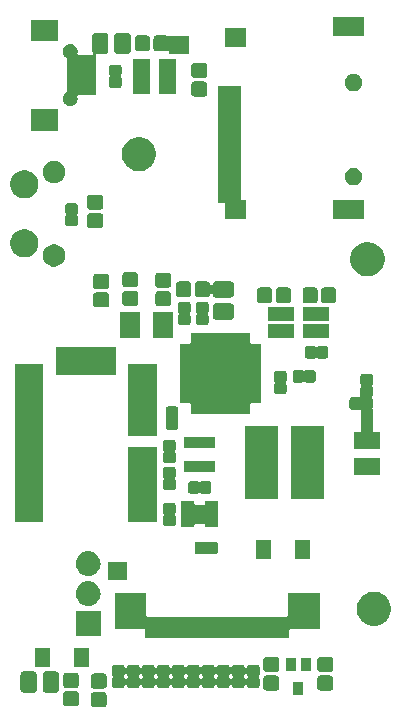
<source format=gbr>
G04 #@! TF.GenerationSoftware,KiCad,Pcbnew,(5.0.1)-rc2*
G04 #@! TF.CreationDate,2019-10-07T13:01:37-07:00*
G04 #@! TF.ProjectId,GPSLogger,4750534C6F676765722E6B696361645F,rev?*
G04 #@! TF.SameCoordinates,Original*
G04 #@! TF.FileFunction,Soldermask,Top*
G04 #@! TF.FilePolarity,Negative*
%FSLAX46Y46*%
G04 Gerber Fmt 4.6, Leading zero omitted, Abs format (unit mm)*
G04 Created by KiCad (PCBNEW (5.0.1)-rc2) date 10/7/2019 1:01:37 PM*
%MOMM*%
%LPD*%
G01*
G04 APERTURE LIST*
%ADD10C,0.100000*%
G04 APERTURE END LIST*
D10*
G36*
X139268622Y-120205517D02*
X139316585Y-120220066D01*
X139360775Y-120243686D01*
X139399518Y-120275482D01*
X139431314Y-120314225D01*
X139454934Y-120358415D01*
X139469483Y-120406378D01*
X139475000Y-120462391D01*
X139475000Y-121212609D01*
X139469483Y-121268622D01*
X139454934Y-121316585D01*
X139431314Y-121360775D01*
X139399518Y-121399518D01*
X139360775Y-121431314D01*
X139316585Y-121454934D01*
X139268622Y-121469483D01*
X139212609Y-121475000D01*
X138387391Y-121475000D01*
X138331378Y-121469483D01*
X138283415Y-121454934D01*
X138239225Y-121431314D01*
X138200482Y-121399518D01*
X138168686Y-121360775D01*
X138145066Y-121316585D01*
X138130517Y-121268622D01*
X138125000Y-121212609D01*
X138125000Y-120462391D01*
X138130517Y-120406378D01*
X138145066Y-120358415D01*
X138168686Y-120314225D01*
X138200482Y-120275482D01*
X138239225Y-120243686D01*
X138283415Y-120220066D01*
X138331378Y-120205517D01*
X138387391Y-120200000D01*
X139212609Y-120200000D01*
X139268622Y-120205517D01*
X139268622Y-120205517D01*
G37*
G36*
X136918622Y-120143017D02*
X136966585Y-120157566D01*
X137010775Y-120181186D01*
X137049518Y-120212982D01*
X137081314Y-120251725D01*
X137104934Y-120295915D01*
X137119483Y-120343878D01*
X137125000Y-120399891D01*
X137125000Y-121150109D01*
X137119483Y-121206122D01*
X137104934Y-121254085D01*
X137081314Y-121298275D01*
X137049518Y-121337018D01*
X137010775Y-121368814D01*
X136966585Y-121392434D01*
X136918622Y-121406983D01*
X136862609Y-121412500D01*
X136037391Y-121412500D01*
X135981378Y-121406983D01*
X135933415Y-121392434D01*
X135889225Y-121368814D01*
X135850482Y-121337018D01*
X135818686Y-121298275D01*
X135795066Y-121254085D01*
X135780517Y-121206122D01*
X135775000Y-121150109D01*
X135775000Y-120399891D01*
X135780517Y-120343878D01*
X135795066Y-120295915D01*
X135818686Y-120251725D01*
X135850482Y-120212982D01*
X135889225Y-120181186D01*
X135933415Y-120157566D01*
X135981378Y-120143017D01*
X136037391Y-120137500D01*
X136862609Y-120137500D01*
X136918622Y-120143017D01*
X136918622Y-120143017D01*
G37*
G36*
X156127000Y-120422000D02*
X155277000Y-120422000D01*
X155277000Y-119322000D01*
X156127000Y-119322000D01*
X156127000Y-120422000D01*
X156127000Y-120422000D01*
G37*
G36*
X133323497Y-118455997D02*
X133376153Y-118471970D01*
X133424665Y-118497900D01*
X133467196Y-118532804D01*
X133502100Y-118575335D01*
X133528030Y-118623847D01*
X133544003Y-118676503D01*
X133550000Y-118737390D01*
X133550000Y-119962610D01*
X133544003Y-120023497D01*
X133528030Y-120076153D01*
X133502100Y-120124665D01*
X133467196Y-120167196D01*
X133424665Y-120202100D01*
X133376153Y-120228030D01*
X133323497Y-120244003D01*
X133262610Y-120250000D01*
X132462390Y-120250000D01*
X132401503Y-120244003D01*
X132348847Y-120228030D01*
X132300335Y-120202100D01*
X132257804Y-120167196D01*
X132222900Y-120124665D01*
X132196970Y-120076153D01*
X132180997Y-120023497D01*
X132175000Y-119962610D01*
X132175000Y-118737390D01*
X132180997Y-118676503D01*
X132196970Y-118623847D01*
X132222900Y-118575335D01*
X132257804Y-118532804D01*
X132300335Y-118497900D01*
X132348847Y-118471970D01*
X132401503Y-118455997D01*
X132462390Y-118450000D01*
X133262610Y-118450000D01*
X133323497Y-118455997D01*
X133323497Y-118455997D01*
G37*
G36*
X135198497Y-118455997D02*
X135251153Y-118471970D01*
X135299665Y-118497900D01*
X135342196Y-118532804D01*
X135377100Y-118575335D01*
X135403030Y-118623847D01*
X135419003Y-118676503D01*
X135425000Y-118737390D01*
X135425000Y-119962610D01*
X135419003Y-120023497D01*
X135403030Y-120076153D01*
X135377100Y-120124665D01*
X135342196Y-120167196D01*
X135299665Y-120202100D01*
X135251153Y-120228030D01*
X135198497Y-120244003D01*
X135137610Y-120250000D01*
X134337390Y-120250000D01*
X134276503Y-120244003D01*
X134223847Y-120228030D01*
X134175335Y-120202100D01*
X134132804Y-120167196D01*
X134097900Y-120124665D01*
X134071970Y-120076153D01*
X134055997Y-120023497D01*
X134050000Y-119962610D01*
X134050000Y-118737390D01*
X134055997Y-118676503D01*
X134071970Y-118623847D01*
X134097900Y-118575335D01*
X134132804Y-118532804D01*
X134175335Y-118497900D01*
X134223847Y-118471970D01*
X134276503Y-118455997D01*
X134337390Y-118450000D01*
X135137610Y-118450000D01*
X135198497Y-118455997D01*
X135198497Y-118455997D01*
G37*
G36*
X158456622Y-118799017D02*
X158504585Y-118813566D01*
X158548775Y-118837186D01*
X158587518Y-118868982D01*
X158619314Y-118907725D01*
X158642934Y-118951915D01*
X158657483Y-118999878D01*
X158663000Y-119055891D01*
X158663000Y-119806109D01*
X158657483Y-119862122D01*
X158642934Y-119910085D01*
X158619314Y-119954275D01*
X158587518Y-119993018D01*
X158548775Y-120024814D01*
X158504585Y-120048434D01*
X158456622Y-120062983D01*
X158400609Y-120068500D01*
X157575391Y-120068500D01*
X157519378Y-120062983D01*
X157471415Y-120048434D01*
X157427225Y-120024814D01*
X157388482Y-119993018D01*
X157356686Y-119954275D01*
X157333066Y-119910085D01*
X157318517Y-119862122D01*
X157313000Y-119806109D01*
X157313000Y-119055891D01*
X157318517Y-118999878D01*
X157333066Y-118951915D01*
X157356686Y-118907725D01*
X157388482Y-118868982D01*
X157427225Y-118837186D01*
X157471415Y-118813566D01*
X157519378Y-118799017D01*
X157575391Y-118793500D01*
X158400609Y-118793500D01*
X158456622Y-118799017D01*
X158456622Y-118799017D01*
G37*
G36*
X153884622Y-118799017D02*
X153932585Y-118813566D01*
X153976775Y-118837186D01*
X154015518Y-118868982D01*
X154047314Y-118907725D01*
X154070934Y-118951915D01*
X154085483Y-118999878D01*
X154091000Y-119055891D01*
X154091000Y-119806109D01*
X154085483Y-119862122D01*
X154070934Y-119910085D01*
X154047314Y-119954275D01*
X154015518Y-119993018D01*
X153976775Y-120024814D01*
X153932585Y-120048434D01*
X153884622Y-120062983D01*
X153828609Y-120068500D01*
X153003391Y-120068500D01*
X152947378Y-120062983D01*
X152899415Y-120048434D01*
X152855225Y-120024814D01*
X152816482Y-119993018D01*
X152784686Y-119954275D01*
X152761066Y-119910085D01*
X152746517Y-119862122D01*
X152741000Y-119806109D01*
X152741000Y-119055891D01*
X152746517Y-118999878D01*
X152761066Y-118951915D01*
X152784686Y-118907725D01*
X152816482Y-118868982D01*
X152855225Y-118837186D01*
X152899415Y-118813566D01*
X152947378Y-118799017D01*
X153003391Y-118793500D01*
X153828609Y-118793500D01*
X153884622Y-118799017D01*
X153884622Y-118799017D01*
G37*
G36*
X139268622Y-118630517D02*
X139316585Y-118645066D01*
X139360775Y-118668686D01*
X139399518Y-118700482D01*
X139431314Y-118739225D01*
X139454934Y-118783415D01*
X139469483Y-118831378D01*
X139475000Y-118887391D01*
X139475000Y-119637609D01*
X139469483Y-119693622D01*
X139454934Y-119741585D01*
X139431314Y-119785775D01*
X139399518Y-119824518D01*
X139360775Y-119856314D01*
X139316585Y-119879934D01*
X139268622Y-119894483D01*
X139212609Y-119900000D01*
X138387391Y-119900000D01*
X138331378Y-119894483D01*
X138283415Y-119879934D01*
X138239225Y-119856314D01*
X138200482Y-119824518D01*
X138168686Y-119785775D01*
X138145066Y-119741585D01*
X138130517Y-119693622D01*
X138125000Y-119637609D01*
X138125000Y-118887391D01*
X138130517Y-118831378D01*
X138145066Y-118783415D01*
X138168686Y-118739225D01*
X138200482Y-118700482D01*
X138239225Y-118668686D01*
X138283415Y-118645066D01*
X138331378Y-118630517D01*
X138387391Y-118625000D01*
X139212609Y-118625000D01*
X139268622Y-118630517D01*
X139268622Y-118630517D01*
G37*
G36*
X147182974Y-117873148D02*
X147217568Y-117883642D01*
X147249441Y-117900678D01*
X147277387Y-117923613D01*
X147300322Y-117951559D01*
X147317358Y-117983432D01*
X147330870Y-118027977D01*
X147340247Y-118050616D01*
X147353860Y-118070991D01*
X147371187Y-118088318D01*
X147391562Y-118101932D01*
X147414200Y-118111310D01*
X147438234Y-118116091D01*
X147462738Y-118116091D01*
X147486772Y-118111311D01*
X147509411Y-118101934D01*
X147529786Y-118088321D01*
X147547113Y-118070994D01*
X147560727Y-118050619D01*
X147570106Y-118027978D01*
X147576642Y-118006431D01*
X147593678Y-117974559D01*
X147616613Y-117946613D01*
X147644559Y-117923678D01*
X147676432Y-117906642D01*
X147711026Y-117896148D01*
X147753141Y-117892000D01*
X148410859Y-117892000D01*
X148452974Y-117896148D01*
X148487568Y-117906642D01*
X148519441Y-117923678D01*
X148547387Y-117946613D01*
X148570322Y-117974559D01*
X148587358Y-118006431D01*
X148593894Y-118027978D01*
X148603272Y-118050618D01*
X148616886Y-118070992D01*
X148634213Y-118088319D01*
X148654587Y-118101933D01*
X148677226Y-118111311D01*
X148701260Y-118116091D01*
X148725764Y-118116091D01*
X148749797Y-118111311D01*
X148772437Y-118101933D01*
X148792811Y-118088319D01*
X148810138Y-118070992D01*
X148823752Y-118050618D01*
X148833130Y-118027977D01*
X148846642Y-117983432D01*
X148863678Y-117951559D01*
X148886613Y-117923613D01*
X148914559Y-117900678D01*
X148946432Y-117883642D01*
X148981026Y-117873148D01*
X149023141Y-117869000D01*
X149680859Y-117869000D01*
X149722974Y-117873148D01*
X149757568Y-117883642D01*
X149789441Y-117900678D01*
X149817387Y-117923613D01*
X149840322Y-117951559D01*
X149857358Y-117983432D01*
X149870870Y-118027977D01*
X149880247Y-118050616D01*
X149893860Y-118070991D01*
X149911187Y-118088318D01*
X149931562Y-118101932D01*
X149954200Y-118111310D01*
X149978234Y-118116091D01*
X150002738Y-118116091D01*
X150026772Y-118111311D01*
X150049411Y-118101934D01*
X150069786Y-118088321D01*
X150087113Y-118070994D01*
X150100727Y-118050619D01*
X150110106Y-118027978D01*
X150116642Y-118006431D01*
X150133678Y-117974559D01*
X150156613Y-117946613D01*
X150184559Y-117923678D01*
X150216432Y-117906642D01*
X150251026Y-117896148D01*
X150293141Y-117892000D01*
X150950859Y-117892000D01*
X150992974Y-117896148D01*
X151027568Y-117906642D01*
X151059441Y-117923678D01*
X151087387Y-117946613D01*
X151110322Y-117974559D01*
X151127358Y-118006432D01*
X151137382Y-118039477D01*
X151146759Y-118062116D01*
X151160373Y-118082491D01*
X151177700Y-118099818D01*
X151198074Y-118113433D01*
X151220713Y-118122810D01*
X151244747Y-118127591D01*
X151269251Y-118127591D01*
X151293284Y-118122811D01*
X151315923Y-118113434D01*
X151336298Y-118099820D01*
X151353625Y-118082493D01*
X151367240Y-118062119D01*
X151376618Y-118039477D01*
X151386642Y-118006432D01*
X151403678Y-117974559D01*
X151426613Y-117946613D01*
X151454559Y-117923678D01*
X151486432Y-117906642D01*
X151521026Y-117896148D01*
X151563141Y-117892000D01*
X152220859Y-117892000D01*
X152262974Y-117896148D01*
X152297568Y-117906642D01*
X152329441Y-117923678D01*
X152357387Y-117946613D01*
X152380322Y-117974559D01*
X152397358Y-118006432D01*
X152407852Y-118041026D01*
X152412000Y-118083141D01*
X152412000Y-118690859D01*
X152407852Y-118732974D01*
X152397358Y-118767568D01*
X152376213Y-118807128D01*
X152372243Y-118813069D01*
X152362864Y-118835708D01*
X152358083Y-118859741D01*
X152358081Y-118884245D01*
X152362860Y-118908279D01*
X152372237Y-118930918D01*
X152376205Y-118936858D01*
X152397358Y-118976432D01*
X152407852Y-119011026D01*
X152412000Y-119053141D01*
X152412000Y-119660859D01*
X152407852Y-119702974D01*
X152397358Y-119737568D01*
X152380322Y-119769441D01*
X152357387Y-119797387D01*
X152329441Y-119820322D01*
X152297568Y-119837358D01*
X152262974Y-119847852D01*
X152220859Y-119852000D01*
X151563141Y-119852000D01*
X151521026Y-119847852D01*
X151486432Y-119837358D01*
X151454559Y-119820322D01*
X151426613Y-119797387D01*
X151403678Y-119769441D01*
X151386642Y-119737568D01*
X151376618Y-119704523D01*
X151367241Y-119681884D01*
X151353627Y-119661509D01*
X151336300Y-119644182D01*
X151315926Y-119630567D01*
X151293287Y-119621190D01*
X151269253Y-119616409D01*
X151244749Y-119616409D01*
X151220716Y-119621189D01*
X151198077Y-119630566D01*
X151177702Y-119644180D01*
X151160375Y-119661507D01*
X151146760Y-119681881D01*
X151137382Y-119704523D01*
X151127358Y-119737568D01*
X151110322Y-119769441D01*
X151087387Y-119797387D01*
X151059441Y-119820322D01*
X151027568Y-119837358D01*
X150992974Y-119847852D01*
X150950859Y-119852000D01*
X150293141Y-119852000D01*
X150251026Y-119847852D01*
X150216432Y-119837358D01*
X150184559Y-119820322D01*
X150156613Y-119797387D01*
X150133678Y-119769441D01*
X150116642Y-119737568D01*
X150103130Y-119693023D01*
X150093753Y-119670384D01*
X150080140Y-119650009D01*
X150062813Y-119632682D01*
X150042438Y-119619068D01*
X150019800Y-119609690D01*
X149995766Y-119604909D01*
X149971262Y-119604909D01*
X149947228Y-119609689D01*
X149924589Y-119619066D01*
X149904214Y-119632679D01*
X149886887Y-119650006D01*
X149873273Y-119670381D01*
X149863894Y-119693022D01*
X149857358Y-119714569D01*
X149840322Y-119746441D01*
X149817387Y-119774387D01*
X149789441Y-119797322D01*
X149757568Y-119814358D01*
X149722974Y-119824852D01*
X149680859Y-119829000D01*
X149023141Y-119829000D01*
X148981026Y-119824852D01*
X148946432Y-119814358D01*
X148914559Y-119797322D01*
X148886613Y-119774387D01*
X148863678Y-119746441D01*
X148846642Y-119714569D01*
X148840106Y-119693022D01*
X148830728Y-119670382D01*
X148817114Y-119650008D01*
X148799787Y-119632681D01*
X148779413Y-119619067D01*
X148756774Y-119609689D01*
X148732740Y-119604909D01*
X148708236Y-119604909D01*
X148684203Y-119609689D01*
X148661563Y-119619067D01*
X148641189Y-119632681D01*
X148623862Y-119650008D01*
X148610248Y-119670382D01*
X148600870Y-119693023D01*
X148587358Y-119737568D01*
X148570322Y-119769441D01*
X148547387Y-119797387D01*
X148519441Y-119820322D01*
X148487568Y-119837358D01*
X148452974Y-119847852D01*
X148410859Y-119852000D01*
X147753141Y-119852000D01*
X147711026Y-119847852D01*
X147676432Y-119837358D01*
X147644559Y-119820322D01*
X147616613Y-119797387D01*
X147593678Y-119769441D01*
X147576642Y-119737568D01*
X147563130Y-119693023D01*
X147553753Y-119670384D01*
X147540140Y-119650009D01*
X147522813Y-119632682D01*
X147502438Y-119619068D01*
X147479800Y-119609690D01*
X147455766Y-119604909D01*
X147431262Y-119604909D01*
X147407228Y-119609689D01*
X147384589Y-119619066D01*
X147364214Y-119632679D01*
X147346887Y-119650006D01*
X147333273Y-119670381D01*
X147323894Y-119693022D01*
X147317358Y-119714569D01*
X147300322Y-119746441D01*
X147277387Y-119774387D01*
X147249441Y-119797322D01*
X147217568Y-119814358D01*
X147182974Y-119824852D01*
X147140859Y-119829000D01*
X146483141Y-119829000D01*
X146441026Y-119824852D01*
X146406432Y-119814358D01*
X146374559Y-119797322D01*
X146346613Y-119774387D01*
X146323678Y-119746441D01*
X146306642Y-119714569D01*
X146300106Y-119693022D01*
X146290728Y-119670382D01*
X146277114Y-119650008D01*
X146259787Y-119632681D01*
X146239413Y-119619067D01*
X146216774Y-119609689D01*
X146192740Y-119604909D01*
X146168236Y-119604909D01*
X146144203Y-119609689D01*
X146121563Y-119619067D01*
X146101189Y-119632681D01*
X146083862Y-119650008D01*
X146070248Y-119670382D01*
X146060870Y-119693023D01*
X146047358Y-119737568D01*
X146030322Y-119769441D01*
X146007387Y-119797387D01*
X145979441Y-119820322D01*
X145947568Y-119837358D01*
X145912974Y-119847852D01*
X145870859Y-119852000D01*
X145213141Y-119852000D01*
X145171026Y-119847852D01*
X145136432Y-119837358D01*
X145104559Y-119820322D01*
X145076613Y-119797387D01*
X145053678Y-119769441D01*
X145036640Y-119737565D01*
X145030484Y-119717271D01*
X145021107Y-119694632D01*
X145007493Y-119674257D01*
X144990166Y-119656930D01*
X144969791Y-119643317D01*
X144947152Y-119633939D01*
X144923119Y-119629159D01*
X144898614Y-119629159D01*
X144874581Y-119633940D01*
X144851942Y-119643317D01*
X144831567Y-119656931D01*
X144814240Y-119674258D01*
X144800627Y-119694633D01*
X144791249Y-119717274D01*
X144777359Y-119763067D01*
X144760322Y-119794941D01*
X144737387Y-119822887D01*
X144709441Y-119845822D01*
X144677568Y-119862858D01*
X144642974Y-119873352D01*
X144600859Y-119877500D01*
X143943141Y-119877500D01*
X143901026Y-119873352D01*
X143866432Y-119862858D01*
X143834559Y-119845822D01*
X143806613Y-119822887D01*
X143783678Y-119794941D01*
X143766641Y-119763067D01*
X143752751Y-119717274D01*
X143743374Y-119694634D01*
X143729761Y-119674260D01*
X143712434Y-119656932D01*
X143692060Y-119643318D01*
X143669421Y-119633940D01*
X143645387Y-119629159D01*
X143620883Y-119629159D01*
X143596850Y-119633939D01*
X143574210Y-119643316D01*
X143553836Y-119656929D01*
X143536508Y-119674256D01*
X143522894Y-119694630D01*
X143513516Y-119717271D01*
X143507360Y-119737565D01*
X143490322Y-119769441D01*
X143467387Y-119797387D01*
X143439441Y-119820322D01*
X143407568Y-119837358D01*
X143372974Y-119847852D01*
X143330859Y-119852000D01*
X142673141Y-119852000D01*
X142631026Y-119847852D01*
X142596432Y-119837358D01*
X142564559Y-119820322D01*
X142536613Y-119797387D01*
X142513678Y-119769441D01*
X142496642Y-119737568D01*
X142486618Y-119704523D01*
X142477241Y-119681884D01*
X142463627Y-119661509D01*
X142446300Y-119644182D01*
X142425926Y-119630567D01*
X142403287Y-119621190D01*
X142379253Y-119616409D01*
X142354749Y-119616409D01*
X142330716Y-119621189D01*
X142308077Y-119630566D01*
X142287702Y-119644180D01*
X142270375Y-119661507D01*
X142256760Y-119681881D01*
X142247382Y-119704523D01*
X142237358Y-119737568D01*
X142220322Y-119769441D01*
X142197387Y-119797387D01*
X142169441Y-119820322D01*
X142137568Y-119837358D01*
X142102974Y-119847852D01*
X142060859Y-119852000D01*
X141403141Y-119852000D01*
X141361026Y-119847852D01*
X141326432Y-119837358D01*
X141294559Y-119820322D01*
X141266613Y-119797387D01*
X141243678Y-119769441D01*
X141226642Y-119737568D01*
X141216618Y-119704523D01*
X141207241Y-119681884D01*
X141193627Y-119661509D01*
X141176300Y-119644182D01*
X141155926Y-119630567D01*
X141133287Y-119621190D01*
X141109253Y-119616409D01*
X141084749Y-119616409D01*
X141060716Y-119621189D01*
X141038077Y-119630566D01*
X141017702Y-119644180D01*
X141000375Y-119661507D01*
X140986760Y-119681881D01*
X140977382Y-119704523D01*
X140967358Y-119737568D01*
X140950322Y-119769441D01*
X140927387Y-119797387D01*
X140899441Y-119820322D01*
X140867568Y-119837358D01*
X140832974Y-119847852D01*
X140790859Y-119852000D01*
X140133141Y-119852000D01*
X140091026Y-119847852D01*
X140056432Y-119837358D01*
X140024559Y-119820322D01*
X139996613Y-119797387D01*
X139973678Y-119769441D01*
X139956642Y-119737568D01*
X139946148Y-119702974D01*
X139942000Y-119660859D01*
X139942000Y-119053141D01*
X139946148Y-119011026D01*
X139956642Y-118976432D01*
X139977787Y-118936872D01*
X139981757Y-118930931D01*
X139991136Y-118908292D01*
X139995917Y-118884259D01*
X139995917Y-118884245D01*
X140928081Y-118884245D01*
X140932860Y-118908279D01*
X140942237Y-118930918D01*
X140946205Y-118936858D01*
X140967358Y-118976432D01*
X140977382Y-119009477D01*
X140986759Y-119032116D01*
X141000373Y-119052491D01*
X141017700Y-119069818D01*
X141038074Y-119083433D01*
X141060713Y-119092810D01*
X141084747Y-119097591D01*
X141109251Y-119097591D01*
X141133284Y-119092811D01*
X141155923Y-119083434D01*
X141176298Y-119069820D01*
X141193625Y-119052493D01*
X141207240Y-119032119D01*
X141216618Y-119009477D01*
X141226642Y-118976432D01*
X141247787Y-118936872D01*
X141251757Y-118930931D01*
X141261136Y-118908292D01*
X141265917Y-118884259D01*
X141265917Y-118884245D01*
X142198081Y-118884245D01*
X142202860Y-118908279D01*
X142212237Y-118930918D01*
X142216205Y-118936858D01*
X142237358Y-118976432D01*
X142247382Y-119009477D01*
X142256759Y-119032116D01*
X142270373Y-119052491D01*
X142287700Y-119069818D01*
X142308074Y-119083433D01*
X142330713Y-119092810D01*
X142354747Y-119097591D01*
X142379251Y-119097591D01*
X142403284Y-119092811D01*
X142425923Y-119083434D01*
X142446298Y-119069820D01*
X142463625Y-119052493D01*
X142477240Y-119032119D01*
X142486618Y-119009477D01*
X142496642Y-118976432D01*
X142517787Y-118936872D01*
X142521757Y-118930931D01*
X142531136Y-118908292D01*
X142535917Y-118884259D01*
X142535917Y-118884245D01*
X143468081Y-118884245D01*
X143472860Y-118908279D01*
X143482237Y-118930918D01*
X143486205Y-118936858D01*
X143507359Y-118976433D01*
X143521249Y-119022226D01*
X143530626Y-119044866D01*
X143544239Y-119065240D01*
X143561566Y-119082568D01*
X143581940Y-119096182D01*
X143604579Y-119105560D01*
X143628613Y-119110341D01*
X143653117Y-119110341D01*
X143677150Y-119105561D01*
X143699790Y-119096184D01*
X143720164Y-119082571D01*
X143737492Y-119065244D01*
X143751106Y-119044870D01*
X143760484Y-119022229D01*
X143766640Y-119001935D01*
X143787787Y-118962372D01*
X143791757Y-118956431D01*
X143801136Y-118933792D01*
X143805917Y-118909759D01*
X143805917Y-118909745D01*
X144738081Y-118909745D01*
X144742860Y-118933779D01*
X144752237Y-118956418D01*
X144756205Y-118962358D01*
X144777360Y-119001935D01*
X144783516Y-119022229D01*
X144792893Y-119044868D01*
X144806507Y-119065243D01*
X144823834Y-119082570D01*
X144844209Y-119096183D01*
X144866848Y-119105561D01*
X144890881Y-119110341D01*
X144915386Y-119110341D01*
X144939419Y-119105560D01*
X144962058Y-119096183D01*
X144982433Y-119082569D01*
X144999760Y-119065242D01*
X145013373Y-119044867D01*
X145022751Y-119022226D01*
X145036641Y-118976433D01*
X145057787Y-118936872D01*
X145061757Y-118930931D01*
X145071136Y-118908292D01*
X145075917Y-118884259D01*
X145075917Y-118884245D01*
X146008081Y-118884245D01*
X146012860Y-118908279D01*
X146022237Y-118930918D01*
X146026205Y-118936858D01*
X146047358Y-118976431D01*
X146053894Y-118997978D01*
X146063272Y-119020618D01*
X146076886Y-119040992D01*
X146094213Y-119058319D01*
X146114587Y-119071933D01*
X146137226Y-119081311D01*
X146161260Y-119086091D01*
X146185764Y-119086091D01*
X146209797Y-119081311D01*
X146232437Y-119071933D01*
X146252811Y-119058319D01*
X146270138Y-119040992D01*
X146283752Y-119020618D01*
X146293130Y-118997977D01*
X146306642Y-118953432D01*
X146327787Y-118913872D01*
X146331757Y-118907931D01*
X146341136Y-118885292D01*
X146345917Y-118861259D01*
X146345917Y-118861245D01*
X147278081Y-118861245D01*
X147282860Y-118885279D01*
X147292237Y-118907918D01*
X147296205Y-118913858D01*
X147317358Y-118953432D01*
X147330870Y-118997977D01*
X147340247Y-119020616D01*
X147353860Y-119040991D01*
X147371187Y-119058318D01*
X147391562Y-119071932D01*
X147414200Y-119081310D01*
X147438234Y-119086091D01*
X147462738Y-119086091D01*
X147486772Y-119081311D01*
X147509411Y-119071934D01*
X147529786Y-119058321D01*
X147547113Y-119040994D01*
X147560727Y-119020619D01*
X147570106Y-118997978D01*
X147576642Y-118976431D01*
X147597787Y-118936872D01*
X147601757Y-118930931D01*
X147611136Y-118908292D01*
X147615917Y-118884259D01*
X147615917Y-118884245D01*
X148548081Y-118884245D01*
X148552860Y-118908279D01*
X148562237Y-118930918D01*
X148566205Y-118936858D01*
X148587358Y-118976431D01*
X148593894Y-118997978D01*
X148603272Y-119020618D01*
X148616886Y-119040992D01*
X148634213Y-119058319D01*
X148654587Y-119071933D01*
X148677226Y-119081311D01*
X148701260Y-119086091D01*
X148725764Y-119086091D01*
X148749797Y-119081311D01*
X148772437Y-119071933D01*
X148792811Y-119058319D01*
X148810138Y-119040992D01*
X148823752Y-119020618D01*
X148833130Y-118997977D01*
X148846642Y-118953432D01*
X148867787Y-118913872D01*
X148871757Y-118907931D01*
X148881136Y-118885292D01*
X148885917Y-118861259D01*
X148885917Y-118861245D01*
X149818081Y-118861245D01*
X149822860Y-118885279D01*
X149832237Y-118907918D01*
X149836205Y-118913858D01*
X149857358Y-118953432D01*
X149870870Y-118997977D01*
X149880247Y-119020616D01*
X149893860Y-119040991D01*
X149911187Y-119058318D01*
X149931562Y-119071932D01*
X149954200Y-119081310D01*
X149978234Y-119086091D01*
X150002738Y-119086091D01*
X150026772Y-119081311D01*
X150049411Y-119071934D01*
X150069786Y-119058321D01*
X150087113Y-119040994D01*
X150100727Y-119020619D01*
X150110106Y-118997978D01*
X150116642Y-118976431D01*
X150137787Y-118936872D01*
X150141757Y-118930931D01*
X150151136Y-118908292D01*
X150155917Y-118884259D01*
X150155917Y-118884245D01*
X151088081Y-118884245D01*
X151092860Y-118908279D01*
X151102237Y-118930918D01*
X151106205Y-118936858D01*
X151127358Y-118976432D01*
X151137382Y-119009477D01*
X151146759Y-119032116D01*
X151160373Y-119052491D01*
X151177700Y-119069818D01*
X151198074Y-119083433D01*
X151220713Y-119092810D01*
X151244747Y-119097591D01*
X151269251Y-119097591D01*
X151293284Y-119092811D01*
X151315923Y-119083434D01*
X151336298Y-119069820D01*
X151353625Y-119052493D01*
X151367240Y-119032119D01*
X151376618Y-119009477D01*
X151386642Y-118976432D01*
X151407787Y-118936872D01*
X151411757Y-118930931D01*
X151421136Y-118908292D01*
X151425917Y-118884259D01*
X151425919Y-118859755D01*
X151421140Y-118835721D01*
X151411763Y-118813082D01*
X151407795Y-118807142D01*
X151386642Y-118767568D01*
X151376618Y-118734523D01*
X151367241Y-118711884D01*
X151353627Y-118691509D01*
X151336300Y-118674182D01*
X151315926Y-118660567D01*
X151293287Y-118651190D01*
X151269253Y-118646409D01*
X151244749Y-118646409D01*
X151220716Y-118651189D01*
X151198077Y-118660566D01*
X151177702Y-118674180D01*
X151160375Y-118691507D01*
X151146760Y-118711881D01*
X151137382Y-118734523D01*
X151127358Y-118767568D01*
X151106213Y-118807128D01*
X151102243Y-118813069D01*
X151092864Y-118835708D01*
X151088083Y-118859741D01*
X151088081Y-118884245D01*
X150155917Y-118884245D01*
X150155919Y-118859755D01*
X150151140Y-118835721D01*
X150141763Y-118813082D01*
X150137795Y-118807142D01*
X150116642Y-118767568D01*
X150103130Y-118723023D01*
X150093753Y-118700384D01*
X150080140Y-118680009D01*
X150062813Y-118662682D01*
X150042438Y-118649068D01*
X150019800Y-118639690D01*
X149995766Y-118634909D01*
X149971262Y-118634909D01*
X149947228Y-118639689D01*
X149924589Y-118649066D01*
X149904214Y-118662679D01*
X149886887Y-118680006D01*
X149873273Y-118700381D01*
X149863894Y-118723022D01*
X149857358Y-118744569D01*
X149836213Y-118784128D01*
X149832243Y-118790069D01*
X149822864Y-118812708D01*
X149818083Y-118836741D01*
X149818081Y-118861245D01*
X148885917Y-118861245D01*
X148885919Y-118836755D01*
X148881140Y-118812721D01*
X148871763Y-118790082D01*
X148867795Y-118784142D01*
X148846642Y-118744569D01*
X148840106Y-118723022D01*
X148830728Y-118700382D01*
X148817114Y-118680008D01*
X148799787Y-118662681D01*
X148779413Y-118649067D01*
X148756774Y-118639689D01*
X148732740Y-118634909D01*
X148708236Y-118634909D01*
X148684203Y-118639689D01*
X148661563Y-118649067D01*
X148641189Y-118662681D01*
X148623862Y-118680008D01*
X148610248Y-118700382D01*
X148600870Y-118723023D01*
X148587358Y-118767568D01*
X148566213Y-118807128D01*
X148562243Y-118813069D01*
X148552864Y-118835708D01*
X148548083Y-118859741D01*
X148548081Y-118884245D01*
X147615917Y-118884245D01*
X147615919Y-118859755D01*
X147611140Y-118835721D01*
X147601763Y-118813082D01*
X147597795Y-118807142D01*
X147576642Y-118767568D01*
X147563130Y-118723023D01*
X147553753Y-118700384D01*
X147540140Y-118680009D01*
X147522813Y-118662682D01*
X147502438Y-118649068D01*
X147479800Y-118639690D01*
X147455766Y-118634909D01*
X147431262Y-118634909D01*
X147407228Y-118639689D01*
X147384589Y-118649066D01*
X147364214Y-118662679D01*
X147346887Y-118680006D01*
X147333273Y-118700381D01*
X147323894Y-118723022D01*
X147317358Y-118744569D01*
X147296213Y-118784128D01*
X147292243Y-118790069D01*
X147282864Y-118812708D01*
X147278083Y-118836741D01*
X147278081Y-118861245D01*
X146345917Y-118861245D01*
X146345919Y-118836755D01*
X146341140Y-118812721D01*
X146331763Y-118790082D01*
X146327795Y-118784142D01*
X146306642Y-118744569D01*
X146300106Y-118723022D01*
X146290728Y-118700382D01*
X146277114Y-118680008D01*
X146259787Y-118662681D01*
X146239413Y-118649067D01*
X146216774Y-118639689D01*
X146192740Y-118634909D01*
X146168236Y-118634909D01*
X146144203Y-118639689D01*
X146121563Y-118649067D01*
X146101189Y-118662681D01*
X146083862Y-118680008D01*
X146070248Y-118700382D01*
X146060870Y-118723023D01*
X146047358Y-118767568D01*
X146026213Y-118807128D01*
X146022243Y-118813069D01*
X146012864Y-118835708D01*
X146008083Y-118859741D01*
X146008081Y-118884245D01*
X145075917Y-118884245D01*
X145075919Y-118859755D01*
X145071140Y-118835721D01*
X145061763Y-118813082D01*
X145057795Y-118807142D01*
X145036640Y-118767565D01*
X145030484Y-118747271D01*
X145021107Y-118724632D01*
X145007493Y-118704257D01*
X144990166Y-118686930D01*
X144969791Y-118673317D01*
X144947152Y-118663939D01*
X144923119Y-118659159D01*
X144898614Y-118659159D01*
X144874581Y-118663940D01*
X144851942Y-118673317D01*
X144831567Y-118686931D01*
X144814240Y-118704258D01*
X144800627Y-118724633D01*
X144791249Y-118747274D01*
X144777359Y-118793067D01*
X144756213Y-118832628D01*
X144752243Y-118838569D01*
X144742864Y-118861208D01*
X144738083Y-118885241D01*
X144738081Y-118909745D01*
X143805917Y-118909745D01*
X143805919Y-118885255D01*
X143801140Y-118861221D01*
X143791763Y-118838582D01*
X143787795Y-118832642D01*
X143766641Y-118793067D01*
X143752751Y-118747274D01*
X143743374Y-118724634D01*
X143729761Y-118704260D01*
X143712434Y-118686932D01*
X143692060Y-118673318D01*
X143669421Y-118663940D01*
X143645387Y-118659159D01*
X143620883Y-118659159D01*
X143596850Y-118663939D01*
X143574210Y-118673316D01*
X143553836Y-118686929D01*
X143536508Y-118704256D01*
X143522894Y-118724630D01*
X143513516Y-118747271D01*
X143507360Y-118767565D01*
X143486213Y-118807128D01*
X143482243Y-118813069D01*
X143472864Y-118835708D01*
X143468083Y-118859741D01*
X143468081Y-118884245D01*
X142535917Y-118884245D01*
X142535919Y-118859755D01*
X142531140Y-118835721D01*
X142521763Y-118813082D01*
X142517795Y-118807142D01*
X142496642Y-118767568D01*
X142486618Y-118734523D01*
X142477241Y-118711884D01*
X142463627Y-118691509D01*
X142446300Y-118674182D01*
X142425926Y-118660567D01*
X142403287Y-118651190D01*
X142379253Y-118646409D01*
X142354749Y-118646409D01*
X142330716Y-118651189D01*
X142308077Y-118660566D01*
X142287702Y-118674180D01*
X142270375Y-118691507D01*
X142256760Y-118711881D01*
X142247382Y-118734523D01*
X142237358Y-118767568D01*
X142216213Y-118807128D01*
X142212243Y-118813069D01*
X142202864Y-118835708D01*
X142198083Y-118859741D01*
X142198081Y-118884245D01*
X141265917Y-118884245D01*
X141265919Y-118859755D01*
X141261140Y-118835721D01*
X141251763Y-118813082D01*
X141247795Y-118807142D01*
X141226642Y-118767568D01*
X141216618Y-118734523D01*
X141207241Y-118711884D01*
X141193627Y-118691509D01*
X141176300Y-118674182D01*
X141155926Y-118660567D01*
X141133287Y-118651190D01*
X141109253Y-118646409D01*
X141084749Y-118646409D01*
X141060716Y-118651189D01*
X141038077Y-118660566D01*
X141017702Y-118674180D01*
X141000375Y-118691507D01*
X140986760Y-118711881D01*
X140977382Y-118734523D01*
X140967358Y-118767568D01*
X140946213Y-118807128D01*
X140942243Y-118813069D01*
X140932864Y-118835708D01*
X140928083Y-118859741D01*
X140928081Y-118884245D01*
X139995917Y-118884245D01*
X139995919Y-118859755D01*
X139991140Y-118835721D01*
X139981763Y-118813082D01*
X139977795Y-118807142D01*
X139956642Y-118767568D01*
X139946148Y-118732974D01*
X139942000Y-118690859D01*
X139942000Y-118083141D01*
X139946148Y-118041026D01*
X139956642Y-118006432D01*
X139973678Y-117974559D01*
X139996613Y-117946613D01*
X140024559Y-117923678D01*
X140056432Y-117906642D01*
X140091026Y-117896148D01*
X140133141Y-117892000D01*
X140790859Y-117892000D01*
X140832974Y-117896148D01*
X140867568Y-117906642D01*
X140899441Y-117923678D01*
X140927387Y-117946613D01*
X140950322Y-117974559D01*
X140967358Y-118006432D01*
X140977382Y-118039477D01*
X140986759Y-118062116D01*
X141000373Y-118082491D01*
X141017700Y-118099818D01*
X141038074Y-118113433D01*
X141060713Y-118122810D01*
X141084747Y-118127591D01*
X141109251Y-118127591D01*
X141133284Y-118122811D01*
X141155923Y-118113434D01*
X141176298Y-118099820D01*
X141193625Y-118082493D01*
X141207240Y-118062119D01*
X141216618Y-118039477D01*
X141226642Y-118006432D01*
X141243678Y-117974559D01*
X141266613Y-117946613D01*
X141294559Y-117923678D01*
X141326432Y-117906642D01*
X141361026Y-117896148D01*
X141403141Y-117892000D01*
X142060859Y-117892000D01*
X142102974Y-117896148D01*
X142137568Y-117906642D01*
X142169441Y-117923678D01*
X142197387Y-117946613D01*
X142220322Y-117974559D01*
X142237358Y-118006432D01*
X142247382Y-118039477D01*
X142256759Y-118062116D01*
X142270373Y-118082491D01*
X142287700Y-118099818D01*
X142308074Y-118113433D01*
X142330713Y-118122810D01*
X142354747Y-118127591D01*
X142379251Y-118127591D01*
X142403284Y-118122811D01*
X142425923Y-118113434D01*
X142446298Y-118099820D01*
X142463625Y-118082493D01*
X142477240Y-118062119D01*
X142486618Y-118039477D01*
X142496642Y-118006432D01*
X142513678Y-117974559D01*
X142536613Y-117946613D01*
X142564559Y-117923678D01*
X142596432Y-117906642D01*
X142631026Y-117896148D01*
X142673141Y-117892000D01*
X143330859Y-117892000D01*
X143372974Y-117896148D01*
X143407568Y-117906642D01*
X143439441Y-117923678D01*
X143467387Y-117946613D01*
X143490322Y-117974559D01*
X143507359Y-118006433D01*
X143521249Y-118052226D01*
X143530626Y-118074866D01*
X143544239Y-118095240D01*
X143561566Y-118112568D01*
X143581940Y-118126182D01*
X143604579Y-118135560D01*
X143628613Y-118140341D01*
X143653117Y-118140341D01*
X143677150Y-118135561D01*
X143699790Y-118126184D01*
X143720164Y-118112571D01*
X143737492Y-118095244D01*
X143751106Y-118074870D01*
X143760484Y-118052229D01*
X143766640Y-118031935D01*
X143783678Y-118000059D01*
X143806613Y-117972113D01*
X143834559Y-117949178D01*
X143866432Y-117932142D01*
X143901026Y-117921648D01*
X143943141Y-117917500D01*
X144600859Y-117917500D01*
X144642974Y-117921648D01*
X144677568Y-117932142D01*
X144709441Y-117949178D01*
X144737387Y-117972113D01*
X144760322Y-118000059D01*
X144777360Y-118031935D01*
X144783516Y-118052229D01*
X144792893Y-118074868D01*
X144806507Y-118095243D01*
X144823834Y-118112570D01*
X144844209Y-118126183D01*
X144866848Y-118135561D01*
X144890881Y-118140341D01*
X144915386Y-118140341D01*
X144939419Y-118135560D01*
X144962058Y-118126183D01*
X144982433Y-118112569D01*
X144999760Y-118095242D01*
X145013373Y-118074867D01*
X145022751Y-118052226D01*
X145036641Y-118006433D01*
X145053678Y-117974559D01*
X145076613Y-117946613D01*
X145104559Y-117923678D01*
X145136432Y-117906642D01*
X145171026Y-117896148D01*
X145213141Y-117892000D01*
X145870859Y-117892000D01*
X145912974Y-117896148D01*
X145947568Y-117906642D01*
X145979441Y-117923678D01*
X146007387Y-117946613D01*
X146030322Y-117974559D01*
X146047358Y-118006431D01*
X146053894Y-118027978D01*
X146063272Y-118050618D01*
X146076886Y-118070992D01*
X146094213Y-118088319D01*
X146114587Y-118101933D01*
X146137226Y-118111311D01*
X146161260Y-118116091D01*
X146185764Y-118116091D01*
X146209797Y-118111311D01*
X146232437Y-118101933D01*
X146252811Y-118088319D01*
X146270138Y-118070992D01*
X146283752Y-118050618D01*
X146293130Y-118027977D01*
X146306642Y-117983432D01*
X146323678Y-117951559D01*
X146346613Y-117923613D01*
X146374559Y-117900678D01*
X146406432Y-117883642D01*
X146441026Y-117873148D01*
X146483141Y-117869000D01*
X147140859Y-117869000D01*
X147182974Y-117873148D01*
X147182974Y-117873148D01*
G37*
G36*
X136918622Y-118568017D02*
X136966585Y-118582566D01*
X137010775Y-118606186D01*
X137049518Y-118637982D01*
X137081314Y-118676725D01*
X137104934Y-118720915D01*
X137119483Y-118768878D01*
X137125000Y-118824891D01*
X137125000Y-119575109D01*
X137119483Y-119631122D01*
X137104934Y-119679085D01*
X137081314Y-119723275D01*
X137049518Y-119762018D01*
X137010775Y-119793814D01*
X136966585Y-119817434D01*
X136918622Y-119831983D01*
X136862609Y-119837500D01*
X136037391Y-119837500D01*
X135981378Y-119831983D01*
X135933415Y-119817434D01*
X135889225Y-119793814D01*
X135850482Y-119762018D01*
X135818686Y-119723275D01*
X135795066Y-119679085D01*
X135780517Y-119631122D01*
X135775000Y-119575109D01*
X135775000Y-118824891D01*
X135780517Y-118768878D01*
X135795066Y-118720915D01*
X135818686Y-118676725D01*
X135850482Y-118637982D01*
X135889225Y-118606186D01*
X135933415Y-118582566D01*
X135981378Y-118568017D01*
X136037391Y-118562500D01*
X136862609Y-118562500D01*
X136918622Y-118568017D01*
X136918622Y-118568017D01*
G37*
G36*
X158456622Y-117224017D02*
X158504585Y-117238566D01*
X158548775Y-117262186D01*
X158587518Y-117293982D01*
X158619314Y-117332725D01*
X158642934Y-117376915D01*
X158657483Y-117424878D01*
X158663000Y-117480891D01*
X158663000Y-118231109D01*
X158657483Y-118287122D01*
X158642934Y-118335085D01*
X158619314Y-118379275D01*
X158587518Y-118418018D01*
X158548775Y-118449814D01*
X158504585Y-118473434D01*
X158456622Y-118487983D01*
X158400609Y-118493500D01*
X157575391Y-118493500D01*
X157519378Y-118487983D01*
X157471415Y-118473434D01*
X157427225Y-118449814D01*
X157388482Y-118418018D01*
X157356686Y-118379275D01*
X157333066Y-118335085D01*
X157318517Y-118287122D01*
X157313000Y-118231109D01*
X157313000Y-117480891D01*
X157318517Y-117424878D01*
X157333066Y-117376915D01*
X157356686Y-117332725D01*
X157388482Y-117293982D01*
X157427225Y-117262186D01*
X157471415Y-117238566D01*
X157519378Y-117224017D01*
X157575391Y-117218500D01*
X158400609Y-117218500D01*
X158456622Y-117224017D01*
X158456622Y-117224017D01*
G37*
G36*
X153884622Y-117224017D02*
X153932585Y-117238566D01*
X153976775Y-117262186D01*
X154015518Y-117293982D01*
X154047314Y-117332725D01*
X154070934Y-117376915D01*
X154085483Y-117424878D01*
X154091000Y-117480891D01*
X154091000Y-118231109D01*
X154085483Y-118287122D01*
X154070934Y-118335085D01*
X154047314Y-118379275D01*
X154015518Y-118418018D01*
X153976775Y-118449814D01*
X153932585Y-118473434D01*
X153884622Y-118487983D01*
X153828609Y-118493500D01*
X153003391Y-118493500D01*
X152947378Y-118487983D01*
X152899415Y-118473434D01*
X152855225Y-118449814D01*
X152816482Y-118418018D01*
X152784686Y-118379275D01*
X152761066Y-118335085D01*
X152746517Y-118287122D01*
X152741000Y-118231109D01*
X152741000Y-117480891D01*
X152746517Y-117424878D01*
X152761066Y-117376915D01*
X152784686Y-117332725D01*
X152816482Y-117293982D01*
X152855225Y-117262186D01*
X152899415Y-117238566D01*
X152947378Y-117224017D01*
X153003391Y-117218500D01*
X153828609Y-117218500D01*
X153884622Y-117224017D01*
X153884622Y-117224017D01*
G37*
G36*
X155477000Y-118422000D02*
X154627000Y-118422000D01*
X154627000Y-117322000D01*
X155477000Y-117322000D01*
X155477000Y-118422000D01*
X155477000Y-118422000D01*
G37*
G36*
X156777000Y-118422000D02*
X155927000Y-118422000D01*
X155927000Y-117322000D01*
X156777000Y-117322000D01*
X156777000Y-118422000D01*
X156777000Y-118422000D01*
G37*
G36*
X138000000Y-118100000D02*
X136700000Y-118100000D01*
X136700000Y-116500000D01*
X138000000Y-116500000D01*
X138000000Y-118100000D01*
X138000000Y-118100000D01*
G37*
G36*
X134700000Y-118100000D02*
X133400000Y-118100000D01*
X133400000Y-116500000D01*
X134700000Y-116500000D01*
X134700000Y-118100000D01*
X134700000Y-118100000D01*
G37*
G36*
X142836000Y-113691000D02*
X142838402Y-113715386D01*
X142845515Y-113738835D01*
X142857066Y-113760446D01*
X142872612Y-113779388D01*
X142891554Y-113794934D01*
X142913165Y-113806485D01*
X142936614Y-113813598D01*
X142961000Y-113816000D01*
X154711000Y-113816000D01*
X154735386Y-113813598D01*
X154758835Y-113806485D01*
X154780446Y-113794934D01*
X154799388Y-113779388D01*
X154814934Y-113760446D01*
X154826485Y-113738835D01*
X154833598Y-113715386D01*
X154836000Y-113691000D01*
X154836000Y-111791000D01*
X157536000Y-111791000D01*
X157536000Y-114841000D01*
X155061000Y-114841000D01*
X155036614Y-114843402D01*
X155013165Y-114850515D01*
X154991554Y-114862066D01*
X154972612Y-114877612D01*
X154957066Y-114896554D01*
X154945515Y-114918165D01*
X154938402Y-114941614D01*
X154936000Y-114966000D01*
X154936000Y-115616000D01*
X142736000Y-115616000D01*
X142736000Y-114966000D01*
X142733598Y-114941614D01*
X142726485Y-114918165D01*
X142714934Y-114896554D01*
X142699388Y-114877612D01*
X142680446Y-114862066D01*
X142658835Y-114850515D01*
X142635386Y-114843402D01*
X142611000Y-114841000D01*
X140136000Y-114841000D01*
X140136000Y-111791000D01*
X142836000Y-111791000D01*
X142836000Y-113691000D01*
X142836000Y-113691000D01*
G37*
G36*
X138950000Y-115450000D02*
X136850000Y-115450000D01*
X136850000Y-113350000D01*
X138950000Y-113350000D01*
X138950000Y-115450000D01*
X138950000Y-115450000D01*
G37*
G36*
X162522947Y-111755722D02*
X162786833Y-111865027D01*
X163024324Y-112023713D01*
X163226287Y-112225676D01*
X163384973Y-112463167D01*
X163494278Y-112727053D01*
X163550000Y-113007186D01*
X163550000Y-113292814D01*
X163494278Y-113572947D01*
X163384973Y-113836833D01*
X163226287Y-114074324D01*
X163024324Y-114276287D01*
X162786833Y-114434973D01*
X162522947Y-114544278D01*
X162242814Y-114600000D01*
X161957186Y-114600000D01*
X161677053Y-114544278D01*
X161413167Y-114434973D01*
X161175676Y-114276287D01*
X160973713Y-114074324D01*
X160815027Y-113836833D01*
X160705722Y-113572947D01*
X160650000Y-113292814D01*
X160650000Y-113007186D01*
X160705722Y-112727053D01*
X160815027Y-112463167D01*
X160973713Y-112225676D01*
X161175676Y-112023713D01*
X161413167Y-111865027D01*
X161677053Y-111755722D01*
X161957186Y-111700000D01*
X162242814Y-111700000D01*
X162522947Y-111755722D01*
X162522947Y-111755722D01*
G37*
G36*
X138028707Y-110817597D02*
X138105836Y-110825193D01*
X138237787Y-110865220D01*
X138303763Y-110885233D01*
X138486172Y-110982733D01*
X138646054Y-111113946D01*
X138777267Y-111273828D01*
X138874767Y-111456237D01*
X138874767Y-111456238D01*
X138934807Y-111654164D01*
X138955080Y-111860000D01*
X138934807Y-112065836D01*
X138894780Y-112197787D01*
X138874767Y-112263763D01*
X138777267Y-112446172D01*
X138646054Y-112606054D01*
X138486172Y-112737267D01*
X138303763Y-112834767D01*
X138237787Y-112854780D01*
X138105836Y-112894807D01*
X138028707Y-112902403D01*
X137951580Y-112910000D01*
X137848420Y-112910000D01*
X137771293Y-112902403D01*
X137694164Y-112894807D01*
X137562213Y-112854780D01*
X137496237Y-112834767D01*
X137313828Y-112737267D01*
X137153946Y-112606054D01*
X137022733Y-112446172D01*
X136925233Y-112263763D01*
X136905220Y-112197787D01*
X136865193Y-112065836D01*
X136844920Y-111860000D01*
X136865193Y-111654164D01*
X136925233Y-111456238D01*
X136925233Y-111456237D01*
X137022733Y-111273828D01*
X137153946Y-111113946D01*
X137313828Y-110982733D01*
X137496237Y-110885233D01*
X137562213Y-110865220D01*
X137694164Y-110825193D01*
X137771293Y-110817597D01*
X137848420Y-110810000D01*
X137951580Y-110810000D01*
X138028707Y-110817597D01*
X138028707Y-110817597D01*
G37*
G36*
X141225500Y-110686600D02*
X139574500Y-110686600D01*
X139574500Y-109213400D01*
X141225500Y-109213400D01*
X141225500Y-110686600D01*
X141225500Y-110686600D01*
G37*
G36*
X138028707Y-108277597D02*
X138105836Y-108285193D01*
X138223167Y-108320785D01*
X138303763Y-108345233D01*
X138486172Y-108442733D01*
X138646054Y-108573946D01*
X138777267Y-108733828D01*
X138874767Y-108916237D01*
X138874767Y-108916238D01*
X138934807Y-109114164D01*
X138955080Y-109320000D01*
X138934807Y-109525836D01*
X138894780Y-109657787D01*
X138874767Y-109723763D01*
X138777267Y-109906172D01*
X138646054Y-110066054D01*
X138486172Y-110197267D01*
X138303763Y-110294767D01*
X138237787Y-110314780D01*
X138105836Y-110354807D01*
X138028707Y-110362403D01*
X137951580Y-110370000D01*
X137848420Y-110370000D01*
X137771293Y-110362403D01*
X137694164Y-110354807D01*
X137562213Y-110314780D01*
X137496237Y-110294767D01*
X137313828Y-110197267D01*
X137153946Y-110066054D01*
X137022733Y-109906172D01*
X136925233Y-109723763D01*
X136905220Y-109657787D01*
X136865193Y-109525836D01*
X136844920Y-109320000D01*
X136865193Y-109114164D01*
X136925233Y-108916238D01*
X136925233Y-108916237D01*
X137022733Y-108733828D01*
X137153946Y-108573946D01*
X137313828Y-108442733D01*
X137496237Y-108345233D01*
X137576833Y-108320785D01*
X137694164Y-108285193D01*
X137771293Y-108277597D01*
X137848420Y-108270000D01*
X137951580Y-108270000D01*
X138028707Y-108277597D01*
X138028707Y-108277597D01*
G37*
G36*
X153400000Y-108950000D02*
X152100000Y-108950000D01*
X152100000Y-107350000D01*
X153400000Y-107350000D01*
X153400000Y-108950000D01*
X153400000Y-108950000D01*
G37*
G36*
X156700000Y-108950000D02*
X155400000Y-108950000D01*
X155400000Y-107350000D01*
X156700000Y-107350000D01*
X156700000Y-108950000D01*
X156700000Y-108950000D01*
G37*
G36*
X147775974Y-107484148D02*
X147810568Y-107494642D01*
X147850128Y-107515787D01*
X147856069Y-107519757D01*
X147878708Y-107529136D01*
X147902741Y-107533917D01*
X147927245Y-107533919D01*
X147951279Y-107529140D01*
X147973918Y-107519763D01*
X147979858Y-107515795D01*
X148019432Y-107494642D01*
X148054026Y-107484148D01*
X148096141Y-107480000D01*
X148703859Y-107480000D01*
X148745974Y-107484148D01*
X148780568Y-107494642D01*
X148812441Y-107511678D01*
X148840387Y-107534613D01*
X148863322Y-107562559D01*
X148880358Y-107594432D01*
X148890852Y-107629026D01*
X148895000Y-107671141D01*
X148895000Y-108328859D01*
X148890852Y-108370974D01*
X148880358Y-108405568D01*
X148863322Y-108437441D01*
X148840387Y-108465387D01*
X148812441Y-108488322D01*
X148780568Y-108505358D01*
X148745974Y-108515852D01*
X148703859Y-108520000D01*
X148096141Y-108520000D01*
X148054026Y-108515852D01*
X148019432Y-108505358D01*
X147979872Y-108484213D01*
X147973931Y-108480243D01*
X147951292Y-108470864D01*
X147927259Y-108466083D01*
X147902755Y-108466081D01*
X147878721Y-108470860D01*
X147856082Y-108480237D01*
X147850142Y-108484205D01*
X147810568Y-108505358D01*
X147775974Y-108515852D01*
X147733859Y-108520000D01*
X147126141Y-108520000D01*
X147084026Y-108515852D01*
X147049432Y-108505358D01*
X147017559Y-108488322D01*
X146989613Y-108465387D01*
X146966678Y-108437441D01*
X146949642Y-108405568D01*
X146939148Y-108370974D01*
X146935000Y-108328859D01*
X146935000Y-107671141D01*
X146939148Y-107629026D01*
X146949642Y-107594432D01*
X146966678Y-107562559D01*
X146989613Y-107534613D01*
X147017559Y-107511678D01*
X147049432Y-107494642D01*
X147084026Y-107484148D01*
X147126141Y-107480000D01*
X147733859Y-107480000D01*
X147775974Y-107484148D01*
X147775974Y-107484148D01*
G37*
G36*
X146894000Y-104231000D02*
X146896402Y-104255386D01*
X146903515Y-104278835D01*
X146915066Y-104300446D01*
X146930612Y-104319388D01*
X146949554Y-104334934D01*
X146971165Y-104346485D01*
X146994614Y-104353598D01*
X147019000Y-104356000D01*
X147669000Y-104356000D01*
X147693386Y-104353598D01*
X147716835Y-104346485D01*
X147738446Y-104334934D01*
X147757388Y-104319388D01*
X147772934Y-104300446D01*
X147784485Y-104278835D01*
X147791598Y-104255386D01*
X147794000Y-104231000D01*
X147794000Y-104056000D01*
X148894000Y-104056000D01*
X148894000Y-106256000D01*
X147794000Y-106256000D01*
X147794000Y-106081000D01*
X147791598Y-106056614D01*
X147784485Y-106033165D01*
X147772934Y-106011554D01*
X147757388Y-105992612D01*
X147738446Y-105977066D01*
X147716835Y-105965515D01*
X147693386Y-105958402D01*
X147669000Y-105956000D01*
X147019000Y-105956000D01*
X146994614Y-105958402D01*
X146971165Y-105965515D01*
X146949554Y-105977066D01*
X146930612Y-105992612D01*
X146915066Y-106011554D01*
X146903515Y-106033165D01*
X146896402Y-106056614D01*
X146894000Y-106081000D01*
X146894000Y-106256000D01*
X145794000Y-106256000D01*
X145794000Y-104056000D01*
X146894000Y-104056000D01*
X146894000Y-104231000D01*
X146894000Y-104231000D01*
G37*
G36*
X145158974Y-104203148D02*
X145193568Y-104213642D01*
X145225441Y-104230678D01*
X145253387Y-104253613D01*
X145276322Y-104281559D01*
X145293358Y-104313432D01*
X145303852Y-104348026D01*
X145308000Y-104390141D01*
X145308000Y-104997859D01*
X145303852Y-105039974D01*
X145293358Y-105074568D01*
X145272213Y-105114128D01*
X145268243Y-105120069D01*
X145258864Y-105142708D01*
X145254083Y-105166741D01*
X145254081Y-105191245D01*
X145258860Y-105215279D01*
X145268237Y-105237918D01*
X145272205Y-105243858D01*
X145293358Y-105283432D01*
X145303852Y-105318026D01*
X145308000Y-105360141D01*
X145308000Y-105967859D01*
X145303852Y-106009974D01*
X145293358Y-106044568D01*
X145276322Y-106076441D01*
X145253387Y-106104387D01*
X145225441Y-106127322D01*
X145193568Y-106144358D01*
X145158974Y-106154852D01*
X145116859Y-106159000D01*
X144459141Y-106159000D01*
X144417026Y-106154852D01*
X144382432Y-106144358D01*
X144350559Y-106127322D01*
X144322613Y-106104387D01*
X144299678Y-106076441D01*
X144282642Y-106044568D01*
X144272148Y-106009974D01*
X144268000Y-105967859D01*
X144268000Y-105360141D01*
X144272148Y-105318026D01*
X144282642Y-105283432D01*
X144303787Y-105243872D01*
X144307757Y-105237931D01*
X144317136Y-105215292D01*
X144321917Y-105191259D01*
X144321919Y-105166755D01*
X144317140Y-105142721D01*
X144307763Y-105120082D01*
X144303795Y-105114142D01*
X144282642Y-105074568D01*
X144272148Y-105039974D01*
X144268000Y-104997859D01*
X144268000Y-104390141D01*
X144272148Y-104348026D01*
X144282642Y-104313432D01*
X144299678Y-104281559D01*
X144322613Y-104253613D01*
X144350559Y-104230678D01*
X144382432Y-104213642D01*
X144417026Y-104203148D01*
X144459141Y-104199000D01*
X145116859Y-104199000D01*
X145158974Y-104203148D01*
X145158974Y-104203148D01*
G37*
G36*
X143694000Y-105822000D02*
X141294000Y-105822000D01*
X141294000Y-99422000D01*
X143694000Y-99422000D01*
X143694000Y-105822000D01*
X143694000Y-105822000D01*
G37*
G36*
X134094000Y-105822000D02*
X131694000Y-105822000D01*
X131694000Y-92422000D01*
X134094000Y-92422000D01*
X134094000Y-105822000D01*
X134094000Y-105822000D01*
G37*
G36*
X153950000Y-103860000D02*
X151150000Y-103860000D01*
X151150000Y-97640000D01*
X153950000Y-97640000D01*
X153950000Y-103860000D01*
X153950000Y-103860000D01*
G37*
G36*
X157850000Y-103860000D02*
X155050000Y-103860000D01*
X155050000Y-97640000D01*
X157850000Y-97640000D01*
X157850000Y-103860000D01*
X157850000Y-103860000D01*
G37*
G36*
X147211974Y-102354148D02*
X147246568Y-102364642D01*
X147286128Y-102385787D01*
X147292069Y-102389757D01*
X147314708Y-102399136D01*
X147338741Y-102403917D01*
X147363245Y-102403919D01*
X147387279Y-102399140D01*
X147409918Y-102389763D01*
X147415858Y-102385795D01*
X147455432Y-102364642D01*
X147490026Y-102354148D01*
X147532141Y-102350000D01*
X148139859Y-102350000D01*
X148181974Y-102354148D01*
X148216568Y-102364642D01*
X148248441Y-102381678D01*
X148276387Y-102404613D01*
X148299322Y-102432559D01*
X148316358Y-102464432D01*
X148326852Y-102499026D01*
X148331000Y-102541141D01*
X148331000Y-103198859D01*
X148326852Y-103240974D01*
X148316358Y-103275568D01*
X148299322Y-103307441D01*
X148276387Y-103335387D01*
X148248441Y-103358322D01*
X148216568Y-103375358D01*
X148181974Y-103385852D01*
X148139859Y-103390000D01*
X147532141Y-103390000D01*
X147490026Y-103385852D01*
X147455432Y-103375358D01*
X147415872Y-103354213D01*
X147409931Y-103350243D01*
X147387292Y-103340864D01*
X147363259Y-103336083D01*
X147338755Y-103336081D01*
X147314721Y-103340860D01*
X147292082Y-103350237D01*
X147286142Y-103354205D01*
X147246568Y-103375358D01*
X147211974Y-103385852D01*
X147169859Y-103390000D01*
X146562141Y-103390000D01*
X146520026Y-103385852D01*
X146485432Y-103375358D01*
X146453559Y-103358322D01*
X146425613Y-103335387D01*
X146402678Y-103307441D01*
X146385642Y-103275568D01*
X146375148Y-103240974D01*
X146371000Y-103198859D01*
X146371000Y-102541141D01*
X146375148Y-102499026D01*
X146385642Y-102464432D01*
X146402678Y-102432559D01*
X146425613Y-102404613D01*
X146453559Y-102381678D01*
X146485432Y-102364642D01*
X146520026Y-102354148D01*
X146562141Y-102350000D01*
X147169859Y-102350000D01*
X147211974Y-102354148D01*
X147211974Y-102354148D01*
G37*
G36*
X145158974Y-101132148D02*
X145193568Y-101142642D01*
X145225441Y-101159678D01*
X145253387Y-101182613D01*
X145276322Y-101210559D01*
X145293358Y-101242432D01*
X145303852Y-101277026D01*
X145308000Y-101319141D01*
X145308000Y-101926859D01*
X145303852Y-101968974D01*
X145293358Y-102003568D01*
X145272213Y-102043128D01*
X145268243Y-102049069D01*
X145258864Y-102071708D01*
X145254083Y-102095741D01*
X145254081Y-102120245D01*
X145258860Y-102144279D01*
X145268237Y-102166918D01*
X145272205Y-102172858D01*
X145293358Y-102212432D01*
X145303852Y-102247026D01*
X145308000Y-102289141D01*
X145308000Y-102896859D01*
X145303852Y-102938974D01*
X145293358Y-102973568D01*
X145276322Y-103005441D01*
X145253387Y-103033387D01*
X145225441Y-103056322D01*
X145193568Y-103073358D01*
X145158974Y-103083852D01*
X145116859Y-103088000D01*
X144459141Y-103088000D01*
X144417026Y-103083852D01*
X144382432Y-103073358D01*
X144350559Y-103056322D01*
X144322613Y-103033387D01*
X144299678Y-103005441D01*
X144282642Y-102973568D01*
X144272148Y-102938974D01*
X144268000Y-102896859D01*
X144268000Y-102289141D01*
X144272148Y-102247026D01*
X144282642Y-102212432D01*
X144303787Y-102172872D01*
X144307757Y-102166931D01*
X144317136Y-102144292D01*
X144321917Y-102120259D01*
X144321919Y-102095755D01*
X144317140Y-102071721D01*
X144307763Y-102049082D01*
X144303795Y-102043142D01*
X144282642Y-102003568D01*
X144272148Y-101968974D01*
X144268000Y-101926859D01*
X144268000Y-101319141D01*
X144272148Y-101277026D01*
X144282642Y-101242432D01*
X144299678Y-101210559D01*
X144322613Y-101182613D01*
X144350559Y-101159678D01*
X144382432Y-101142642D01*
X144417026Y-101132148D01*
X144459141Y-101128000D01*
X145116859Y-101128000D01*
X145158974Y-101132148D01*
X145158974Y-101132148D01*
G37*
G36*
X162644000Y-101792000D02*
X160444000Y-101792000D01*
X160444000Y-100392000D01*
X162644000Y-100392000D01*
X162644000Y-101792000D01*
X162644000Y-101792000D01*
G37*
G36*
X148678000Y-101550999D02*
X145978000Y-101550999D01*
X145978000Y-100650999D01*
X148678000Y-100650999D01*
X148678000Y-101550999D01*
X148678000Y-101550999D01*
G37*
G36*
X145158974Y-98869148D02*
X145193568Y-98879642D01*
X145225441Y-98896678D01*
X145253387Y-98919613D01*
X145276322Y-98947559D01*
X145293358Y-98979432D01*
X145303852Y-99014026D01*
X145308000Y-99056141D01*
X145308000Y-99663859D01*
X145303852Y-99705974D01*
X145293358Y-99740568D01*
X145272213Y-99780128D01*
X145268243Y-99786069D01*
X145258864Y-99808708D01*
X145254083Y-99832741D01*
X145254081Y-99857245D01*
X145258860Y-99881279D01*
X145268237Y-99903918D01*
X145272205Y-99909858D01*
X145293358Y-99949432D01*
X145303852Y-99984026D01*
X145308000Y-100026141D01*
X145308000Y-100633859D01*
X145303852Y-100675974D01*
X145293358Y-100710568D01*
X145276322Y-100742441D01*
X145253387Y-100770387D01*
X145225441Y-100793322D01*
X145193568Y-100810358D01*
X145158974Y-100820852D01*
X145116859Y-100825000D01*
X144459141Y-100825000D01*
X144417026Y-100820852D01*
X144382432Y-100810358D01*
X144350559Y-100793322D01*
X144322613Y-100770387D01*
X144299678Y-100742441D01*
X144282642Y-100710568D01*
X144272148Y-100675974D01*
X144268000Y-100633859D01*
X144268000Y-100026141D01*
X144272148Y-99984026D01*
X144282642Y-99949432D01*
X144303787Y-99909872D01*
X144307757Y-99903931D01*
X144317136Y-99881292D01*
X144321917Y-99857259D01*
X144321919Y-99832755D01*
X144317140Y-99808721D01*
X144307763Y-99786082D01*
X144303795Y-99780142D01*
X144282642Y-99740568D01*
X144272148Y-99705974D01*
X144268000Y-99663859D01*
X144268000Y-99056141D01*
X144272148Y-99014026D01*
X144282642Y-98979432D01*
X144299678Y-98947559D01*
X144322613Y-98919613D01*
X144350559Y-98896678D01*
X144382432Y-98879642D01*
X144417026Y-98869148D01*
X144459141Y-98865000D01*
X145116859Y-98865000D01*
X145158974Y-98869148D01*
X145158974Y-98869148D01*
G37*
G36*
X161851474Y-93281148D02*
X161886068Y-93291642D01*
X161917941Y-93308678D01*
X161945887Y-93331613D01*
X161968822Y-93359559D01*
X161985858Y-93391432D01*
X161996352Y-93426026D01*
X162000500Y-93468141D01*
X162000500Y-94075859D01*
X161996352Y-94117974D01*
X161985858Y-94152568D01*
X161964713Y-94192128D01*
X161960743Y-94198069D01*
X161951364Y-94220708D01*
X161946583Y-94244741D01*
X161946581Y-94269245D01*
X161951360Y-94293279D01*
X161960737Y-94315918D01*
X161964705Y-94321858D01*
X161985858Y-94361432D01*
X161996352Y-94396026D01*
X162000500Y-94438141D01*
X162000500Y-95045859D01*
X161996352Y-95087974D01*
X161985858Y-95122568D01*
X161968820Y-95154445D01*
X161959587Y-95165695D01*
X161945973Y-95186070D01*
X161936595Y-95208709D01*
X161931815Y-95232742D01*
X161931815Y-95257246D01*
X161936595Y-95281280D01*
X161945973Y-95303919D01*
X161954243Y-95316295D01*
X161973558Y-95352432D01*
X161984052Y-95387026D01*
X161988200Y-95429141D01*
X161988200Y-96086859D01*
X161984052Y-96128974D01*
X161979995Y-96142348D01*
X161975215Y-96166382D01*
X161975215Y-96190886D01*
X161979996Y-96214919D01*
X161989374Y-96237558D01*
X162002986Y-96257930D01*
X162004320Y-96259555D01*
X162021358Y-96291432D01*
X162031852Y-96326026D01*
X162036000Y-96368141D01*
X162036000Y-96975859D01*
X162031852Y-97017974D01*
X162021358Y-97052568D01*
X162000213Y-97092128D01*
X161996243Y-97098069D01*
X161986864Y-97120708D01*
X161982083Y-97144741D01*
X161982081Y-97169245D01*
X161986860Y-97193279D01*
X161996237Y-97215918D01*
X162000205Y-97221858D01*
X162021358Y-97261432D01*
X162031852Y-97296026D01*
X162036000Y-97338141D01*
X162036000Y-97945859D01*
X162031852Y-97987976D01*
X162018887Y-98030717D01*
X162014107Y-98054750D01*
X162014107Y-98079254D01*
X162018888Y-98103288D01*
X162028266Y-98125927D01*
X162041880Y-98146301D01*
X162059208Y-98163628D01*
X162079582Y-98177241D01*
X162102222Y-98186618D01*
X162138505Y-98192000D01*
X162644000Y-98192000D01*
X162644000Y-99592000D01*
X160444000Y-99592000D01*
X160444000Y-98192000D01*
X160893495Y-98192000D01*
X160917881Y-98189598D01*
X160941330Y-98182485D01*
X160962941Y-98170934D01*
X160981883Y-98155388D01*
X160997429Y-98136446D01*
X161008980Y-98114835D01*
X161016093Y-98091386D01*
X161018495Y-98067000D01*
X161013113Y-98030717D01*
X161000148Y-97987976D01*
X160996000Y-97945859D01*
X160996000Y-97338141D01*
X161000148Y-97296026D01*
X161010642Y-97261432D01*
X161031787Y-97221872D01*
X161035757Y-97215931D01*
X161045136Y-97193292D01*
X161049917Y-97169259D01*
X161049919Y-97144755D01*
X161045140Y-97120721D01*
X161035763Y-97098082D01*
X161031795Y-97092142D01*
X161010642Y-97052568D01*
X161000148Y-97017974D01*
X160996000Y-96975859D01*
X160996000Y-96399277D01*
X160993598Y-96374891D01*
X160986485Y-96351442D01*
X160974934Y-96329831D01*
X160959388Y-96310889D01*
X160940446Y-96295343D01*
X160918835Y-96283792D01*
X160895386Y-96276679D01*
X160871000Y-96274277D01*
X160858748Y-96274879D01*
X160827060Y-96278000D01*
X160219341Y-96278000D01*
X160177226Y-96273852D01*
X160142632Y-96263358D01*
X160110759Y-96246322D01*
X160082813Y-96223387D01*
X160059878Y-96195441D01*
X160042842Y-96163568D01*
X160032348Y-96128974D01*
X160028200Y-96086859D01*
X160028200Y-95429141D01*
X160032348Y-95387026D01*
X160042842Y-95352432D01*
X160059878Y-95320559D01*
X160082813Y-95292613D01*
X160110759Y-95269678D01*
X160142632Y-95252642D01*
X160177226Y-95242148D01*
X160219341Y-95238000D01*
X160827059Y-95238000D01*
X160829629Y-95238253D01*
X160854133Y-95238252D01*
X160878166Y-95233470D01*
X160900805Y-95224091D01*
X160921179Y-95210477D01*
X160938505Y-95193149D01*
X160952118Y-95172773D01*
X160961494Y-95150134D01*
X160966274Y-95126100D01*
X160966273Y-95101596D01*
X160965713Y-95098785D01*
X160960500Y-95045859D01*
X160960500Y-94438141D01*
X160964648Y-94396026D01*
X160975142Y-94361432D01*
X160996287Y-94321872D01*
X161000257Y-94315931D01*
X161009636Y-94293292D01*
X161014417Y-94269259D01*
X161014419Y-94244755D01*
X161009640Y-94220721D01*
X161000263Y-94198082D01*
X160996295Y-94192142D01*
X160975142Y-94152568D01*
X160964648Y-94117974D01*
X160960500Y-94075859D01*
X160960500Y-93468141D01*
X160964648Y-93426026D01*
X160975142Y-93391432D01*
X160992178Y-93359559D01*
X161015113Y-93331613D01*
X161043059Y-93308678D01*
X161074932Y-93291642D01*
X161109526Y-93281148D01*
X161151641Y-93277000D01*
X161809359Y-93277000D01*
X161851474Y-93281148D01*
X161851474Y-93281148D01*
G37*
G36*
X148678000Y-99501000D02*
X145978000Y-99501000D01*
X145978000Y-98601000D01*
X148678000Y-98601000D01*
X148678000Y-99501000D01*
X148678000Y-99501000D01*
G37*
G36*
X143694000Y-98522000D02*
X141294000Y-98522000D01*
X141294000Y-92422000D01*
X143694000Y-92422000D01*
X143694000Y-98522000D01*
X143694000Y-98522000D01*
G37*
G36*
X145370974Y-96024148D02*
X145405568Y-96034642D01*
X145437441Y-96051678D01*
X145465387Y-96074613D01*
X145488322Y-96102559D01*
X145505358Y-96134432D01*
X145515852Y-96169026D01*
X145520000Y-96211141D01*
X145520000Y-96818859D01*
X145515852Y-96860974D01*
X145505358Y-96895568D01*
X145484213Y-96935128D01*
X145480243Y-96941069D01*
X145470864Y-96963708D01*
X145466083Y-96987741D01*
X145466081Y-97012245D01*
X145470860Y-97036279D01*
X145480237Y-97058918D01*
X145484205Y-97064858D01*
X145505358Y-97104432D01*
X145515852Y-97139026D01*
X145520000Y-97181141D01*
X145520000Y-97788859D01*
X145515852Y-97830974D01*
X145505358Y-97865568D01*
X145488322Y-97897441D01*
X145465387Y-97925387D01*
X145437441Y-97948322D01*
X145405568Y-97965358D01*
X145370974Y-97975852D01*
X145328859Y-97980000D01*
X144671141Y-97980000D01*
X144629026Y-97975852D01*
X144594432Y-97965358D01*
X144562559Y-97948322D01*
X144534613Y-97925387D01*
X144511678Y-97897441D01*
X144494642Y-97865568D01*
X144484148Y-97830974D01*
X144480000Y-97788859D01*
X144480000Y-97181141D01*
X144484148Y-97139026D01*
X144494642Y-97104432D01*
X144515787Y-97064872D01*
X144519757Y-97058931D01*
X144529136Y-97036292D01*
X144533917Y-97012259D01*
X144533919Y-96987755D01*
X144529140Y-96963721D01*
X144519763Y-96941082D01*
X144515795Y-96935142D01*
X144494642Y-96895568D01*
X144484148Y-96860974D01*
X144480000Y-96818859D01*
X144480000Y-96211141D01*
X144484148Y-96169026D01*
X144494642Y-96134432D01*
X144511678Y-96102559D01*
X144534613Y-96074613D01*
X144562559Y-96051678D01*
X144594432Y-96034642D01*
X144629026Y-96024148D01*
X144671141Y-96020000D01*
X145328859Y-96020000D01*
X145370974Y-96024148D01*
X145370974Y-96024148D01*
G37*
G36*
X151623000Y-90563000D02*
X151625402Y-90587386D01*
X151632515Y-90610835D01*
X151644066Y-90632446D01*
X151659612Y-90651388D01*
X151662358Y-90653642D01*
X151664612Y-90656388D01*
X151683554Y-90671934D01*
X151705165Y-90683485D01*
X151728614Y-90690598D01*
X151753000Y-90693000D01*
X152498000Y-90693000D01*
X152498000Y-95743000D01*
X151753000Y-95743000D01*
X151728614Y-95745402D01*
X151705165Y-95752515D01*
X151683554Y-95764066D01*
X151664612Y-95779612D01*
X151662358Y-95782358D01*
X151659612Y-95784612D01*
X151644066Y-95803554D01*
X151632515Y-95825165D01*
X151625402Y-95848614D01*
X151623000Y-95873000D01*
X151623000Y-96618000D01*
X146573000Y-96618000D01*
X146573000Y-95873000D01*
X146570598Y-95848614D01*
X146563485Y-95825165D01*
X146551934Y-95803554D01*
X146536388Y-95784612D01*
X146533642Y-95782358D01*
X146531388Y-95779612D01*
X146512446Y-95764066D01*
X146490835Y-95752515D01*
X146467386Y-95745402D01*
X146443000Y-95743000D01*
X145698000Y-95743000D01*
X145698000Y-90693000D01*
X146443000Y-90693000D01*
X146467386Y-90690598D01*
X146490835Y-90683485D01*
X146512446Y-90671934D01*
X146531388Y-90656388D01*
X146533642Y-90653642D01*
X146536388Y-90651388D01*
X146551934Y-90632446D01*
X146563485Y-90610835D01*
X146570598Y-90587386D01*
X146573000Y-90563000D01*
X146573000Y-89818000D01*
X151623000Y-89818000D01*
X151623000Y-90563000D01*
X151623000Y-90563000D01*
G37*
G36*
X154548974Y-93027148D02*
X154583568Y-93037642D01*
X154615441Y-93054678D01*
X154643387Y-93077613D01*
X154666322Y-93105559D01*
X154683358Y-93137432D01*
X154693852Y-93172026D01*
X154698000Y-93214141D01*
X154698000Y-93821859D01*
X154693852Y-93863974D01*
X154683358Y-93898568D01*
X154662213Y-93938128D01*
X154658243Y-93944069D01*
X154648864Y-93966708D01*
X154644083Y-93990741D01*
X154644081Y-94015245D01*
X154648860Y-94039279D01*
X154658237Y-94061918D01*
X154662205Y-94067858D01*
X154683358Y-94107432D01*
X154693852Y-94142026D01*
X154698000Y-94184141D01*
X154698000Y-94791859D01*
X154693852Y-94833974D01*
X154683358Y-94868568D01*
X154666322Y-94900441D01*
X154643387Y-94928387D01*
X154615441Y-94951322D01*
X154583568Y-94968358D01*
X154548974Y-94978852D01*
X154506859Y-94983000D01*
X153849141Y-94983000D01*
X153807026Y-94978852D01*
X153772432Y-94968358D01*
X153740559Y-94951322D01*
X153712613Y-94928387D01*
X153689678Y-94900441D01*
X153672642Y-94868568D01*
X153662148Y-94833974D01*
X153658000Y-94791859D01*
X153658000Y-94184141D01*
X153662148Y-94142026D01*
X153672642Y-94107432D01*
X153693787Y-94067872D01*
X153697757Y-94061931D01*
X153707136Y-94039292D01*
X153711917Y-94015259D01*
X153711919Y-93990755D01*
X153707140Y-93966721D01*
X153697763Y-93944082D01*
X153693795Y-93938142D01*
X153672642Y-93898568D01*
X153662148Y-93863974D01*
X153658000Y-93821859D01*
X153658000Y-93214141D01*
X153662148Y-93172026D01*
X153672642Y-93137432D01*
X153689678Y-93105559D01*
X153712613Y-93077613D01*
X153740559Y-93054678D01*
X153772432Y-93037642D01*
X153807026Y-93027148D01*
X153849141Y-93023000D01*
X154506859Y-93023000D01*
X154548974Y-93027148D01*
X154548974Y-93027148D01*
G37*
G36*
X156047974Y-92956148D02*
X156082568Y-92966642D01*
X156122128Y-92987787D01*
X156128069Y-92991757D01*
X156150708Y-93001136D01*
X156174741Y-93005917D01*
X156199245Y-93005919D01*
X156223279Y-93001140D01*
X156245918Y-92991763D01*
X156251858Y-92987795D01*
X156291432Y-92966642D01*
X156326026Y-92956148D01*
X156368141Y-92952000D01*
X156975859Y-92952000D01*
X157017974Y-92956148D01*
X157052568Y-92966642D01*
X157084441Y-92983678D01*
X157112387Y-93006613D01*
X157135322Y-93034559D01*
X157152358Y-93066432D01*
X157162852Y-93101026D01*
X157167000Y-93143141D01*
X157167000Y-93800859D01*
X157162852Y-93842974D01*
X157152358Y-93877568D01*
X157135322Y-93909441D01*
X157112387Y-93937387D01*
X157084441Y-93960322D01*
X157052568Y-93977358D01*
X157017974Y-93987852D01*
X156975859Y-93992000D01*
X156368141Y-93992000D01*
X156326026Y-93987852D01*
X156291432Y-93977358D01*
X156251872Y-93956213D01*
X156245931Y-93952243D01*
X156223292Y-93942864D01*
X156199259Y-93938083D01*
X156174755Y-93938081D01*
X156150721Y-93942860D01*
X156128082Y-93952237D01*
X156122142Y-93956205D01*
X156082568Y-93977358D01*
X156047974Y-93987852D01*
X156005859Y-93992000D01*
X155398141Y-93992000D01*
X155356026Y-93987852D01*
X155321432Y-93977358D01*
X155289559Y-93960322D01*
X155261613Y-93937387D01*
X155238678Y-93909441D01*
X155221642Y-93877568D01*
X155211148Y-93842974D01*
X155207000Y-93800859D01*
X155207000Y-93143141D01*
X155211148Y-93101026D01*
X155221642Y-93066432D01*
X155238678Y-93034559D01*
X155261613Y-93006613D01*
X155289559Y-92983678D01*
X155321432Y-92966642D01*
X155356026Y-92956148D01*
X155398141Y-92952000D01*
X156005859Y-92952000D01*
X156047974Y-92956148D01*
X156047974Y-92956148D01*
G37*
G36*
X140244000Y-93372000D02*
X135144000Y-93372000D01*
X135144000Y-90972000D01*
X140244000Y-90972000D01*
X140244000Y-93372000D01*
X140244000Y-93372000D01*
G37*
G36*
X157109974Y-90924148D02*
X157144568Y-90934642D01*
X157184128Y-90955787D01*
X157190069Y-90959757D01*
X157212708Y-90969136D01*
X157236741Y-90973917D01*
X157261245Y-90973919D01*
X157285279Y-90969140D01*
X157307918Y-90959763D01*
X157313858Y-90955795D01*
X157353432Y-90934642D01*
X157388026Y-90924148D01*
X157430141Y-90920000D01*
X158037859Y-90920000D01*
X158079974Y-90924148D01*
X158114568Y-90934642D01*
X158146441Y-90951678D01*
X158174387Y-90974613D01*
X158197322Y-91002559D01*
X158214358Y-91034432D01*
X158224852Y-91069026D01*
X158229000Y-91111141D01*
X158229000Y-91768859D01*
X158224852Y-91810974D01*
X158214358Y-91845568D01*
X158197322Y-91877441D01*
X158174387Y-91905387D01*
X158146441Y-91928322D01*
X158114568Y-91945358D01*
X158079974Y-91955852D01*
X158037859Y-91960000D01*
X157430141Y-91960000D01*
X157388026Y-91955852D01*
X157353432Y-91945358D01*
X157313872Y-91924213D01*
X157307931Y-91920243D01*
X157285292Y-91910864D01*
X157261259Y-91906083D01*
X157236755Y-91906081D01*
X157212721Y-91910860D01*
X157190082Y-91920237D01*
X157184142Y-91924205D01*
X157144568Y-91945358D01*
X157109974Y-91955852D01*
X157067859Y-91960000D01*
X156460141Y-91960000D01*
X156418026Y-91955852D01*
X156383432Y-91945358D01*
X156351559Y-91928322D01*
X156323613Y-91905387D01*
X156300678Y-91877441D01*
X156283642Y-91845568D01*
X156273148Y-91810974D01*
X156269000Y-91768859D01*
X156269000Y-91111141D01*
X156273148Y-91069026D01*
X156283642Y-91034432D01*
X156300678Y-91002559D01*
X156323613Y-90974613D01*
X156351559Y-90951678D01*
X156383432Y-90934642D01*
X156418026Y-90924148D01*
X156460141Y-90920000D01*
X157067859Y-90920000D01*
X157109974Y-90924148D01*
X157109974Y-90924148D01*
G37*
G36*
X155326000Y-90262000D02*
X153126000Y-90262000D01*
X153126000Y-89062000D01*
X155326000Y-89062000D01*
X155326000Y-90262000D01*
X155326000Y-90262000D01*
G37*
G36*
X158326000Y-90262000D02*
X156126000Y-90262000D01*
X156126000Y-89062000D01*
X158326000Y-89062000D01*
X158326000Y-90262000D01*
X158326000Y-90262000D01*
G37*
G36*
X145122000Y-90254000D02*
X143422000Y-90254000D01*
X143422000Y-88054000D01*
X145122000Y-88054000D01*
X145122000Y-90254000D01*
X145122000Y-90254000D01*
G37*
G36*
X142322000Y-90254000D02*
X140622000Y-90254000D01*
X140622000Y-88054000D01*
X142322000Y-88054000D01*
X142322000Y-90254000D01*
X142322000Y-90254000D01*
G37*
G36*
X146420974Y-87185148D02*
X146455568Y-87195642D01*
X146487441Y-87212678D01*
X146515387Y-87235613D01*
X146538322Y-87263559D01*
X146555358Y-87295432D01*
X146565852Y-87330026D01*
X146570000Y-87372141D01*
X146570000Y-87979859D01*
X146565852Y-88021974D01*
X146555358Y-88056568D01*
X146534213Y-88096128D01*
X146530243Y-88102069D01*
X146520864Y-88124708D01*
X146516083Y-88148741D01*
X146516081Y-88173245D01*
X146520860Y-88197279D01*
X146530237Y-88219918D01*
X146534205Y-88225858D01*
X146555358Y-88265432D01*
X146565852Y-88300026D01*
X146570000Y-88342141D01*
X146570000Y-88949859D01*
X146565852Y-88991974D01*
X146555358Y-89026568D01*
X146538322Y-89058441D01*
X146515387Y-89086387D01*
X146487441Y-89109322D01*
X146455568Y-89126358D01*
X146420974Y-89136852D01*
X146378859Y-89141000D01*
X145721141Y-89141000D01*
X145679026Y-89136852D01*
X145644432Y-89126358D01*
X145612559Y-89109322D01*
X145584613Y-89086387D01*
X145561678Y-89058441D01*
X145544642Y-89026568D01*
X145534148Y-88991974D01*
X145530000Y-88949859D01*
X145530000Y-88342141D01*
X145534148Y-88300026D01*
X145544642Y-88265432D01*
X145565787Y-88225872D01*
X145569757Y-88219931D01*
X145579136Y-88197292D01*
X145583917Y-88173259D01*
X145583919Y-88148755D01*
X145579140Y-88124721D01*
X145569763Y-88102082D01*
X145565795Y-88096142D01*
X145544642Y-88056568D01*
X145534148Y-88021974D01*
X145530000Y-87979859D01*
X145530000Y-87372141D01*
X145534148Y-87330026D01*
X145544642Y-87295432D01*
X145561678Y-87263559D01*
X145584613Y-87235613D01*
X145612559Y-87212678D01*
X145644432Y-87195642D01*
X145679026Y-87185148D01*
X145721141Y-87181000D01*
X146378859Y-87181000D01*
X146420974Y-87185148D01*
X146420974Y-87185148D01*
G37*
G36*
X147944974Y-87185148D02*
X147979568Y-87195642D01*
X148011441Y-87212678D01*
X148039387Y-87235613D01*
X148062322Y-87263559D01*
X148079358Y-87295432D01*
X148089852Y-87330026D01*
X148094000Y-87372141D01*
X148094000Y-87979859D01*
X148089852Y-88021974D01*
X148079358Y-88056568D01*
X148058213Y-88096128D01*
X148054243Y-88102069D01*
X148044864Y-88124708D01*
X148040083Y-88148741D01*
X148040081Y-88173245D01*
X148044860Y-88197279D01*
X148054237Y-88219918D01*
X148058205Y-88225858D01*
X148079358Y-88265432D01*
X148089852Y-88300026D01*
X148094000Y-88342141D01*
X148094000Y-88949859D01*
X148089852Y-88991974D01*
X148079358Y-89026568D01*
X148062322Y-89058441D01*
X148039387Y-89086387D01*
X148011441Y-89109322D01*
X147979568Y-89126358D01*
X147944974Y-89136852D01*
X147902859Y-89141000D01*
X147245141Y-89141000D01*
X147203026Y-89136852D01*
X147168432Y-89126358D01*
X147136559Y-89109322D01*
X147108613Y-89086387D01*
X147085678Y-89058441D01*
X147068642Y-89026568D01*
X147058148Y-88991974D01*
X147054000Y-88949859D01*
X147054000Y-88342141D01*
X147058148Y-88300026D01*
X147068642Y-88265432D01*
X147089787Y-88225872D01*
X147093757Y-88219931D01*
X147103136Y-88197292D01*
X147107917Y-88173259D01*
X147107919Y-88148755D01*
X147103140Y-88124721D01*
X147093763Y-88102082D01*
X147089795Y-88096142D01*
X147068642Y-88056568D01*
X147058148Y-88021974D01*
X147054000Y-87979859D01*
X147054000Y-87372141D01*
X147058148Y-87330026D01*
X147068642Y-87295432D01*
X147085678Y-87263559D01*
X147108613Y-87235613D01*
X147136559Y-87212678D01*
X147168432Y-87195642D01*
X147203026Y-87185148D01*
X147245141Y-87181000D01*
X147902859Y-87181000D01*
X147944974Y-87185148D01*
X147944974Y-87185148D01*
G37*
G36*
X158326000Y-88762000D02*
X156126000Y-88762000D01*
X156126000Y-87562000D01*
X158326000Y-87562000D01*
X158326000Y-88762000D01*
X158326000Y-88762000D01*
G37*
G36*
X155326000Y-88762000D02*
X153126000Y-88762000D01*
X153126000Y-87562000D01*
X155326000Y-87562000D01*
X155326000Y-88762000D01*
X155326000Y-88762000D01*
G37*
G36*
X150025497Y-87299497D02*
X150078153Y-87315470D01*
X150126665Y-87341400D01*
X150169196Y-87376304D01*
X150204100Y-87418835D01*
X150230030Y-87467347D01*
X150246003Y-87520003D01*
X150252000Y-87580890D01*
X150252000Y-88381110D01*
X150246003Y-88441997D01*
X150230030Y-88494653D01*
X150204100Y-88543165D01*
X150169196Y-88585696D01*
X150126665Y-88620600D01*
X150078153Y-88646530D01*
X150025497Y-88662503D01*
X149964610Y-88668500D01*
X148739390Y-88668500D01*
X148678503Y-88662503D01*
X148625847Y-88646530D01*
X148577335Y-88620600D01*
X148534804Y-88585696D01*
X148499900Y-88543165D01*
X148473970Y-88494653D01*
X148457997Y-88441997D01*
X148452000Y-88381110D01*
X148452000Y-87580890D01*
X148457997Y-87520003D01*
X148473970Y-87467347D01*
X148499900Y-87418835D01*
X148534804Y-87376304D01*
X148577335Y-87341400D01*
X148625847Y-87315470D01*
X148678503Y-87299497D01*
X148739390Y-87293500D01*
X149964610Y-87293500D01*
X150025497Y-87299497D01*
X150025497Y-87299497D01*
G37*
G36*
X139468622Y-86368017D02*
X139516585Y-86382566D01*
X139560775Y-86406186D01*
X139599518Y-86437982D01*
X139631314Y-86476725D01*
X139654934Y-86520915D01*
X139669483Y-86568878D01*
X139675000Y-86624891D01*
X139675000Y-87375109D01*
X139669483Y-87431122D01*
X139654934Y-87479085D01*
X139631314Y-87523275D01*
X139599518Y-87562018D01*
X139560775Y-87593814D01*
X139516585Y-87617434D01*
X139468622Y-87631983D01*
X139412609Y-87637500D01*
X138587391Y-87637500D01*
X138531378Y-87631983D01*
X138483415Y-87617434D01*
X138439225Y-87593814D01*
X138400482Y-87562018D01*
X138368686Y-87523275D01*
X138345066Y-87479085D01*
X138330517Y-87431122D01*
X138325000Y-87375109D01*
X138325000Y-86624891D01*
X138330517Y-86568878D01*
X138345066Y-86520915D01*
X138368686Y-86476725D01*
X138400482Y-86437982D01*
X138439225Y-86406186D01*
X138483415Y-86382566D01*
X138531378Y-86368017D01*
X138587391Y-86362500D01*
X139412609Y-86362500D01*
X139468622Y-86368017D01*
X139468622Y-86368017D01*
G37*
G36*
X144740622Y-86261517D02*
X144788585Y-86276066D01*
X144832775Y-86299686D01*
X144871518Y-86331482D01*
X144903314Y-86370225D01*
X144926934Y-86414415D01*
X144941483Y-86462378D01*
X144947000Y-86518391D01*
X144947000Y-87268609D01*
X144941483Y-87324622D01*
X144926934Y-87372585D01*
X144903314Y-87416775D01*
X144871518Y-87455518D01*
X144832775Y-87487314D01*
X144788585Y-87510934D01*
X144740622Y-87525483D01*
X144684609Y-87531000D01*
X143859391Y-87531000D01*
X143803378Y-87525483D01*
X143755415Y-87510934D01*
X143711225Y-87487314D01*
X143672482Y-87455518D01*
X143640686Y-87416775D01*
X143617066Y-87372585D01*
X143602517Y-87324622D01*
X143597000Y-87268609D01*
X143597000Y-86518391D01*
X143602517Y-86462378D01*
X143617066Y-86414415D01*
X143640686Y-86370225D01*
X143672482Y-86331482D01*
X143711225Y-86299686D01*
X143755415Y-86276066D01*
X143803378Y-86261517D01*
X143859391Y-86256000D01*
X144684609Y-86256000D01*
X144740622Y-86261517D01*
X144740622Y-86261517D01*
G37*
G36*
X141946622Y-86236017D02*
X141994585Y-86250566D01*
X142038775Y-86274186D01*
X142077518Y-86305982D01*
X142109314Y-86344725D01*
X142132934Y-86388915D01*
X142147483Y-86436878D01*
X142153000Y-86492891D01*
X142153000Y-87243109D01*
X142147483Y-87299122D01*
X142132934Y-87347085D01*
X142109314Y-87391275D01*
X142077518Y-87430018D01*
X142038775Y-87461814D01*
X141994585Y-87485434D01*
X141946622Y-87499983D01*
X141890609Y-87505500D01*
X141065391Y-87505500D01*
X141009378Y-87499983D01*
X140961415Y-87485434D01*
X140917225Y-87461814D01*
X140878482Y-87430018D01*
X140846686Y-87391275D01*
X140823066Y-87347085D01*
X140808517Y-87299122D01*
X140803000Y-87243109D01*
X140803000Y-86492891D01*
X140808517Y-86436878D01*
X140823066Y-86388915D01*
X140846686Y-86344725D01*
X140878482Y-86305982D01*
X140917225Y-86274186D01*
X140961415Y-86250566D01*
X141009378Y-86236017D01*
X141065391Y-86230500D01*
X141890609Y-86230500D01*
X141946622Y-86236017D01*
X141946622Y-86236017D01*
G37*
G36*
X153288122Y-85944517D02*
X153336085Y-85959066D01*
X153380275Y-85982686D01*
X153419018Y-86014482D01*
X153450814Y-86053225D01*
X153474434Y-86097415D01*
X153488983Y-86145378D01*
X153494500Y-86201391D01*
X153494500Y-87026609D01*
X153488983Y-87082622D01*
X153474434Y-87130585D01*
X153450814Y-87174775D01*
X153419018Y-87213518D01*
X153380275Y-87245314D01*
X153336085Y-87268934D01*
X153288122Y-87283483D01*
X153232109Y-87289000D01*
X152481891Y-87289000D01*
X152425878Y-87283483D01*
X152377915Y-87268934D01*
X152333725Y-87245314D01*
X152294982Y-87213518D01*
X152263186Y-87174775D01*
X152239566Y-87130585D01*
X152225017Y-87082622D01*
X152219500Y-87026609D01*
X152219500Y-86201391D01*
X152225017Y-86145378D01*
X152239566Y-86097415D01*
X152263186Y-86053225D01*
X152294982Y-86014482D01*
X152333725Y-85982686D01*
X152377915Y-85959066D01*
X152425878Y-85944517D01*
X152481891Y-85939000D01*
X153232109Y-85939000D01*
X153288122Y-85944517D01*
X153288122Y-85944517D01*
G37*
G36*
X157123622Y-85944517D02*
X157171585Y-85959066D01*
X157215775Y-85982686D01*
X157254518Y-86014482D01*
X157286314Y-86053225D01*
X157309934Y-86097415D01*
X157324483Y-86145378D01*
X157330000Y-86201391D01*
X157330000Y-87026609D01*
X157324483Y-87082622D01*
X157309934Y-87130585D01*
X157286314Y-87174775D01*
X157254518Y-87213518D01*
X157215775Y-87245314D01*
X157171585Y-87268934D01*
X157123622Y-87283483D01*
X157067609Y-87289000D01*
X156317391Y-87289000D01*
X156261378Y-87283483D01*
X156213415Y-87268934D01*
X156169225Y-87245314D01*
X156130482Y-87213518D01*
X156098686Y-87174775D01*
X156075066Y-87130585D01*
X156060517Y-87082622D01*
X156055000Y-87026609D01*
X156055000Y-86201391D01*
X156060517Y-86145378D01*
X156075066Y-86097415D01*
X156098686Y-86053225D01*
X156130482Y-86014482D01*
X156169225Y-85982686D01*
X156213415Y-85959066D01*
X156261378Y-85944517D01*
X156317391Y-85939000D01*
X157067609Y-85939000D01*
X157123622Y-85944517D01*
X157123622Y-85944517D01*
G37*
G36*
X154863122Y-85944517D02*
X154911085Y-85959066D01*
X154955275Y-85982686D01*
X154994018Y-86014482D01*
X155025814Y-86053225D01*
X155049434Y-86097415D01*
X155063983Y-86145378D01*
X155069500Y-86201391D01*
X155069500Y-87026609D01*
X155063983Y-87082622D01*
X155049434Y-87130585D01*
X155025814Y-87174775D01*
X154994018Y-87213518D01*
X154955275Y-87245314D01*
X154911085Y-87268934D01*
X154863122Y-87283483D01*
X154807109Y-87289000D01*
X154056891Y-87289000D01*
X154000878Y-87283483D01*
X153952915Y-87268934D01*
X153908725Y-87245314D01*
X153869982Y-87213518D01*
X153838186Y-87174775D01*
X153814566Y-87130585D01*
X153800017Y-87082622D01*
X153794500Y-87026609D01*
X153794500Y-86201391D01*
X153800017Y-86145378D01*
X153814566Y-86097415D01*
X153838186Y-86053225D01*
X153869982Y-86014482D01*
X153908725Y-85982686D01*
X153952915Y-85959066D01*
X154000878Y-85944517D01*
X154056891Y-85939000D01*
X154807109Y-85939000D01*
X154863122Y-85944517D01*
X154863122Y-85944517D01*
G37*
G36*
X158698622Y-85944517D02*
X158746585Y-85959066D01*
X158790775Y-85982686D01*
X158829518Y-86014482D01*
X158861314Y-86053225D01*
X158884934Y-86097415D01*
X158899483Y-86145378D01*
X158905000Y-86201391D01*
X158905000Y-87026609D01*
X158899483Y-87082622D01*
X158884934Y-87130585D01*
X158861314Y-87174775D01*
X158829518Y-87213518D01*
X158790775Y-87245314D01*
X158746585Y-87268934D01*
X158698622Y-87283483D01*
X158642609Y-87289000D01*
X157892391Y-87289000D01*
X157836378Y-87283483D01*
X157788415Y-87268934D01*
X157744225Y-87245314D01*
X157705482Y-87213518D01*
X157673686Y-87174775D01*
X157650066Y-87130585D01*
X157635517Y-87082622D01*
X157630000Y-87026609D01*
X157630000Y-86201391D01*
X157635517Y-86145378D01*
X157650066Y-86097415D01*
X157673686Y-86053225D01*
X157705482Y-86014482D01*
X157744225Y-85982686D01*
X157788415Y-85959066D01*
X157836378Y-85944517D01*
X157892391Y-85939000D01*
X158642609Y-85939000D01*
X158698622Y-85944517D01*
X158698622Y-85944517D01*
G37*
G36*
X150025497Y-85424497D02*
X150078153Y-85440470D01*
X150126665Y-85466400D01*
X150169196Y-85501304D01*
X150204100Y-85543835D01*
X150230030Y-85592347D01*
X150246003Y-85645003D01*
X150252000Y-85705890D01*
X150252000Y-86506110D01*
X150246003Y-86566997D01*
X150230030Y-86619653D01*
X150204100Y-86668165D01*
X150169196Y-86710696D01*
X150126665Y-86745600D01*
X150078153Y-86771530D01*
X150025497Y-86787503D01*
X149964610Y-86793500D01*
X148739390Y-86793500D01*
X148678503Y-86787503D01*
X148625847Y-86771530D01*
X148577335Y-86745600D01*
X148534804Y-86710696D01*
X148499900Y-86668165D01*
X148473970Y-86619653D01*
X148457997Y-86566998D01*
X148456763Y-86554471D01*
X148451982Y-86530438D01*
X148442604Y-86507799D01*
X148428990Y-86487425D01*
X148411662Y-86470098D01*
X148391287Y-86456485D01*
X148368648Y-86447108D01*
X148344615Y-86442328D01*
X148320110Y-86442328D01*
X148296077Y-86447109D01*
X148273438Y-86456487D01*
X148253064Y-86470101D01*
X148235737Y-86487429D01*
X148222124Y-86507804D01*
X148212747Y-86530443D01*
X148207967Y-86554475D01*
X148205983Y-86574622D01*
X148191434Y-86622585D01*
X148167814Y-86666775D01*
X148136018Y-86705518D01*
X148097275Y-86737314D01*
X148053085Y-86760934D01*
X148005122Y-86775483D01*
X147949109Y-86781000D01*
X147198891Y-86781000D01*
X147142878Y-86775483D01*
X147094915Y-86760934D01*
X147050725Y-86737314D01*
X147011982Y-86705518D01*
X146980186Y-86666775D01*
X146956566Y-86622585D01*
X146942017Y-86574622D01*
X146936500Y-86518609D01*
X146936500Y-85693391D01*
X146942017Y-85637378D01*
X146956566Y-85589415D01*
X146980186Y-85545225D01*
X147011982Y-85506482D01*
X147050725Y-85474686D01*
X147094915Y-85451066D01*
X147142878Y-85436517D01*
X147198891Y-85431000D01*
X147949109Y-85431000D01*
X148005122Y-85436517D01*
X148053085Y-85451066D01*
X148097275Y-85474686D01*
X148136018Y-85506482D01*
X148167814Y-85545225D01*
X148191434Y-85589415D01*
X148205983Y-85637378D01*
X148207967Y-85657525D01*
X148212747Y-85681558D01*
X148222124Y-85704198D01*
X148235738Y-85724572D01*
X148253065Y-85741900D01*
X148273439Y-85755514D01*
X148296078Y-85764891D01*
X148320112Y-85769672D01*
X148344616Y-85769672D01*
X148368649Y-85764892D01*
X148391289Y-85755515D01*
X148411663Y-85741901D01*
X148428991Y-85724574D01*
X148442605Y-85704200D01*
X148451982Y-85681561D01*
X148456763Y-85657529D01*
X148457997Y-85645002D01*
X148473970Y-85592347D01*
X148499900Y-85543835D01*
X148534804Y-85501304D01*
X148577335Y-85466400D01*
X148625847Y-85440470D01*
X148678503Y-85424497D01*
X148739390Y-85418500D01*
X149964610Y-85418500D01*
X150025497Y-85424497D01*
X150025497Y-85424497D01*
G37*
G36*
X146430122Y-85436517D02*
X146478085Y-85451066D01*
X146522275Y-85474686D01*
X146561018Y-85506482D01*
X146592814Y-85545225D01*
X146616434Y-85589415D01*
X146630983Y-85637378D01*
X146636500Y-85693391D01*
X146636500Y-86518609D01*
X146630983Y-86574622D01*
X146616434Y-86622585D01*
X146592814Y-86666775D01*
X146561018Y-86705518D01*
X146522275Y-86737314D01*
X146478085Y-86760934D01*
X146430122Y-86775483D01*
X146374109Y-86781000D01*
X145623891Y-86781000D01*
X145567878Y-86775483D01*
X145519915Y-86760934D01*
X145475725Y-86737314D01*
X145436982Y-86705518D01*
X145405186Y-86666775D01*
X145381566Y-86622585D01*
X145367017Y-86574622D01*
X145361500Y-86518609D01*
X145361500Y-85693391D01*
X145367017Y-85637378D01*
X145381566Y-85589415D01*
X145405186Y-85545225D01*
X145436982Y-85506482D01*
X145475725Y-85474686D01*
X145519915Y-85451066D01*
X145567878Y-85436517D01*
X145623891Y-85431000D01*
X146374109Y-85431000D01*
X146430122Y-85436517D01*
X146430122Y-85436517D01*
G37*
G36*
X139468622Y-84793017D02*
X139516585Y-84807566D01*
X139560775Y-84831186D01*
X139599518Y-84862982D01*
X139631314Y-84901725D01*
X139654934Y-84945915D01*
X139669483Y-84993878D01*
X139675000Y-85049891D01*
X139675000Y-85800109D01*
X139669483Y-85856122D01*
X139654934Y-85904085D01*
X139631314Y-85948275D01*
X139599518Y-85987018D01*
X139560775Y-86018814D01*
X139516585Y-86042434D01*
X139468622Y-86056983D01*
X139412609Y-86062500D01*
X138587391Y-86062500D01*
X138531378Y-86056983D01*
X138483415Y-86042434D01*
X138439225Y-86018814D01*
X138400482Y-85987018D01*
X138368686Y-85948275D01*
X138345066Y-85904085D01*
X138330517Y-85856122D01*
X138325000Y-85800109D01*
X138325000Y-85049891D01*
X138330517Y-84993878D01*
X138345066Y-84945915D01*
X138368686Y-84901725D01*
X138400482Y-84862982D01*
X138439225Y-84831186D01*
X138483415Y-84807566D01*
X138531378Y-84793017D01*
X138587391Y-84787500D01*
X139412609Y-84787500D01*
X139468622Y-84793017D01*
X139468622Y-84793017D01*
G37*
G36*
X144740622Y-84686517D02*
X144788585Y-84701066D01*
X144832775Y-84724686D01*
X144871518Y-84756482D01*
X144903314Y-84795225D01*
X144926934Y-84839415D01*
X144941483Y-84887378D01*
X144947000Y-84943391D01*
X144947000Y-85693609D01*
X144941483Y-85749622D01*
X144926934Y-85797585D01*
X144903314Y-85841775D01*
X144871518Y-85880518D01*
X144832775Y-85912314D01*
X144788585Y-85935934D01*
X144740622Y-85950483D01*
X144684609Y-85956000D01*
X143859391Y-85956000D01*
X143803378Y-85950483D01*
X143755415Y-85935934D01*
X143711225Y-85912314D01*
X143672482Y-85880518D01*
X143640686Y-85841775D01*
X143617066Y-85797585D01*
X143602517Y-85749622D01*
X143597000Y-85693609D01*
X143597000Y-84943391D01*
X143602517Y-84887378D01*
X143617066Y-84839415D01*
X143640686Y-84795225D01*
X143672482Y-84756482D01*
X143711225Y-84724686D01*
X143755415Y-84701066D01*
X143803378Y-84686517D01*
X143859391Y-84681000D01*
X144684609Y-84681000D01*
X144740622Y-84686517D01*
X144740622Y-84686517D01*
G37*
G36*
X141946622Y-84661017D02*
X141994585Y-84675566D01*
X142038775Y-84699186D01*
X142077518Y-84730982D01*
X142109314Y-84769725D01*
X142132934Y-84813915D01*
X142147483Y-84861878D01*
X142153000Y-84917891D01*
X142153000Y-85668109D01*
X142147483Y-85724122D01*
X142132934Y-85772085D01*
X142109314Y-85816275D01*
X142077518Y-85855018D01*
X142038775Y-85886814D01*
X141994585Y-85910434D01*
X141946622Y-85924983D01*
X141890609Y-85930500D01*
X141065391Y-85930500D01*
X141009378Y-85924983D01*
X140961415Y-85910434D01*
X140917225Y-85886814D01*
X140878482Y-85855018D01*
X140846686Y-85816275D01*
X140823066Y-85772085D01*
X140808517Y-85724122D01*
X140803000Y-85668109D01*
X140803000Y-84917891D01*
X140808517Y-84861878D01*
X140823066Y-84813915D01*
X140846686Y-84769725D01*
X140878482Y-84730982D01*
X140917225Y-84699186D01*
X140961415Y-84675566D01*
X141009378Y-84661017D01*
X141065391Y-84655500D01*
X141890609Y-84655500D01*
X141946622Y-84661017D01*
X141946622Y-84661017D01*
G37*
G36*
X161972947Y-82155722D02*
X162236833Y-82265027D01*
X162474324Y-82423713D01*
X162676287Y-82625676D01*
X162834973Y-82863167D01*
X162944278Y-83127053D01*
X163000000Y-83407186D01*
X163000000Y-83692814D01*
X162944278Y-83972947D01*
X162834973Y-84236833D01*
X162676287Y-84474324D01*
X162474324Y-84676287D01*
X162236833Y-84834973D01*
X161972947Y-84944278D01*
X161692814Y-85000000D01*
X161407186Y-85000000D01*
X161127053Y-84944278D01*
X160863167Y-84834973D01*
X160625676Y-84676287D01*
X160423713Y-84474324D01*
X160265027Y-84236833D01*
X160155722Y-83972947D01*
X160100000Y-83692814D01*
X160100000Y-83407186D01*
X160155722Y-83127053D01*
X160265027Y-82863167D01*
X160423713Y-82625676D01*
X160625676Y-82423713D01*
X160863167Y-82265027D01*
X161127053Y-82155722D01*
X161407186Y-82100000D01*
X161692814Y-82100000D01*
X161972947Y-82155722D01*
X161972947Y-82155722D01*
G37*
G36*
X135139451Y-82299127D02*
X135277105Y-82326508D01*
X135449994Y-82398121D01*
X135605590Y-82502087D01*
X135737913Y-82634410D01*
X135841879Y-82790006D01*
X135913492Y-82962895D01*
X135913902Y-82964958D01*
X135950000Y-83146432D01*
X135950000Y-83333568D01*
X135940873Y-83379452D01*
X135913492Y-83517105D01*
X135841879Y-83689994D01*
X135737913Y-83845590D01*
X135605590Y-83977913D01*
X135449994Y-84081879D01*
X135277105Y-84153492D01*
X135139452Y-84180873D01*
X135093568Y-84190000D01*
X134906432Y-84190000D01*
X134860548Y-84180873D01*
X134722895Y-84153492D01*
X134550006Y-84081879D01*
X134394410Y-83977913D01*
X134262087Y-83845590D01*
X134158121Y-83689994D01*
X134086508Y-83517105D01*
X134059127Y-83379452D01*
X134050000Y-83333568D01*
X134050000Y-83146432D01*
X134086098Y-82964958D01*
X134086508Y-82962895D01*
X134158121Y-82790006D01*
X134262087Y-82634410D01*
X134394410Y-82502087D01*
X134550006Y-82398121D01*
X134722895Y-82326508D01*
X134860548Y-82299127D01*
X134906432Y-82290000D01*
X135093568Y-82290000D01*
X135139451Y-82299127D01*
X135139451Y-82299127D01*
G37*
G36*
X132850026Y-81046115D02*
X133068412Y-81136573D01*
X133264958Y-81267901D01*
X133432099Y-81435042D01*
X133563427Y-81631588D01*
X133653885Y-81849974D01*
X133700000Y-82081809D01*
X133700000Y-82318191D01*
X133653885Y-82550026D01*
X133563427Y-82768412D01*
X133432099Y-82964958D01*
X133264958Y-83132099D01*
X133068412Y-83263427D01*
X132850026Y-83353885D01*
X132618191Y-83400000D01*
X132381809Y-83400000D01*
X132149974Y-83353885D01*
X131931588Y-83263427D01*
X131735042Y-83132099D01*
X131567901Y-82964958D01*
X131436573Y-82768412D01*
X131346115Y-82550026D01*
X131300000Y-82318191D01*
X131300000Y-82081809D01*
X131346115Y-81849974D01*
X131436573Y-81631588D01*
X131567901Y-81435042D01*
X131735042Y-81267901D01*
X131931588Y-81136573D01*
X132149974Y-81046115D01*
X132381809Y-81000000D01*
X132618191Y-81000000D01*
X132850026Y-81046115D01*
X132850026Y-81046115D01*
G37*
G36*
X138968622Y-79655517D02*
X139016585Y-79670066D01*
X139060775Y-79693686D01*
X139099518Y-79725482D01*
X139131314Y-79764225D01*
X139154934Y-79808415D01*
X139169483Y-79856378D01*
X139175000Y-79912391D01*
X139175000Y-80662609D01*
X139169483Y-80718622D01*
X139154934Y-80766585D01*
X139131314Y-80810775D01*
X139099518Y-80849518D01*
X139060775Y-80881314D01*
X139016585Y-80904934D01*
X138968622Y-80919483D01*
X138912609Y-80925000D01*
X138087391Y-80925000D01*
X138031378Y-80919483D01*
X137983415Y-80904934D01*
X137939225Y-80881314D01*
X137900482Y-80849518D01*
X137868686Y-80810775D01*
X137845066Y-80766585D01*
X137830517Y-80718622D01*
X137825000Y-80662609D01*
X137825000Y-79912391D01*
X137830517Y-79856378D01*
X137845066Y-79808415D01*
X137868686Y-79764225D01*
X137900482Y-79725482D01*
X137939225Y-79693686D01*
X137983415Y-79670066D01*
X138031378Y-79655517D01*
X138087391Y-79650000D01*
X138912609Y-79650000D01*
X138968622Y-79655517D01*
X138968622Y-79655517D01*
G37*
G36*
X136870974Y-78809148D02*
X136905568Y-78819642D01*
X136937441Y-78836678D01*
X136965387Y-78859613D01*
X136988322Y-78887559D01*
X137005358Y-78919432D01*
X137015852Y-78954026D01*
X137020000Y-78996141D01*
X137020000Y-79603859D01*
X137015852Y-79645974D01*
X137005358Y-79680568D01*
X136984213Y-79720128D01*
X136980243Y-79726069D01*
X136970864Y-79748708D01*
X136966083Y-79772741D01*
X136966081Y-79797245D01*
X136970860Y-79821279D01*
X136980237Y-79843918D01*
X136984205Y-79849858D01*
X137005358Y-79889432D01*
X137015852Y-79924026D01*
X137020000Y-79966141D01*
X137020000Y-80573859D01*
X137015852Y-80615974D01*
X137005358Y-80650568D01*
X136988322Y-80682441D01*
X136965387Y-80710387D01*
X136937441Y-80733322D01*
X136905568Y-80750358D01*
X136870974Y-80760852D01*
X136828859Y-80765000D01*
X136171141Y-80765000D01*
X136129026Y-80760852D01*
X136094432Y-80750358D01*
X136062559Y-80733322D01*
X136034613Y-80710387D01*
X136011678Y-80682441D01*
X135994642Y-80650568D01*
X135984148Y-80615974D01*
X135980000Y-80573859D01*
X135980000Y-79966141D01*
X135984148Y-79924026D01*
X135994642Y-79889432D01*
X136015787Y-79849872D01*
X136019757Y-79843931D01*
X136029136Y-79821292D01*
X136033917Y-79797259D01*
X136033919Y-79772755D01*
X136029140Y-79748721D01*
X136019763Y-79726082D01*
X136015795Y-79720142D01*
X135994642Y-79680568D01*
X135984148Y-79645974D01*
X135980000Y-79603859D01*
X135980000Y-78996141D01*
X135984148Y-78954026D01*
X135994642Y-78919432D01*
X136011678Y-78887559D01*
X136034613Y-78859613D01*
X136062559Y-78836678D01*
X136094432Y-78819642D01*
X136129026Y-78809148D01*
X136171141Y-78805000D01*
X136828859Y-78805000D01*
X136870974Y-78809148D01*
X136870974Y-78809148D01*
G37*
G36*
X150876000Y-78453000D02*
X150878402Y-78477386D01*
X150885515Y-78500835D01*
X150897066Y-78522446D01*
X150912612Y-78541388D01*
X150931554Y-78556934D01*
X150953165Y-78568485D01*
X150976614Y-78575598D01*
X151001000Y-78578000D01*
X151276000Y-78578000D01*
X151276000Y-80178000D01*
X149476000Y-80178000D01*
X149476000Y-78903000D01*
X149473598Y-78878614D01*
X149466485Y-78855165D01*
X149454934Y-78833554D01*
X149439388Y-78814612D01*
X149420446Y-78799066D01*
X149398835Y-78787515D01*
X149375386Y-78780402D01*
X149351000Y-78778000D01*
X148876000Y-78778000D01*
X148876000Y-68878000D01*
X150876000Y-68878000D01*
X150876000Y-78453000D01*
X150876000Y-78453000D01*
G37*
G36*
X161276000Y-80178000D02*
X158676000Y-80178000D01*
X158676000Y-78578000D01*
X161276000Y-78578000D01*
X161276000Y-80178000D01*
X161276000Y-80178000D01*
G37*
G36*
X138968622Y-78080517D02*
X139016585Y-78095066D01*
X139060775Y-78118686D01*
X139099518Y-78150482D01*
X139131314Y-78189225D01*
X139154934Y-78233415D01*
X139169483Y-78281378D01*
X139175000Y-78337391D01*
X139175000Y-79087609D01*
X139169483Y-79143622D01*
X139154934Y-79191585D01*
X139131314Y-79235775D01*
X139099518Y-79274518D01*
X139060775Y-79306314D01*
X139016585Y-79329934D01*
X138968622Y-79344483D01*
X138912609Y-79350000D01*
X138087391Y-79350000D01*
X138031378Y-79344483D01*
X137983415Y-79329934D01*
X137939225Y-79306314D01*
X137900482Y-79274518D01*
X137868686Y-79235775D01*
X137845066Y-79191585D01*
X137830517Y-79143622D01*
X137825000Y-79087609D01*
X137825000Y-78337391D01*
X137830517Y-78281378D01*
X137845066Y-78233415D01*
X137868686Y-78189225D01*
X137900482Y-78150482D01*
X137939225Y-78118686D01*
X137983415Y-78095066D01*
X138031378Y-78080517D01*
X138087391Y-78075000D01*
X138912609Y-78075000D01*
X138968622Y-78080517D01*
X138968622Y-78080517D01*
G37*
G36*
X132850026Y-76046115D02*
X133068412Y-76136573D01*
X133264958Y-76267901D01*
X133432099Y-76435042D01*
X133563427Y-76631588D01*
X133653885Y-76849974D01*
X133700000Y-77081809D01*
X133700000Y-77318191D01*
X133653885Y-77550026D01*
X133563427Y-77768412D01*
X133432099Y-77964958D01*
X133264958Y-78132099D01*
X133068412Y-78263427D01*
X132850026Y-78353885D01*
X132618191Y-78400000D01*
X132381809Y-78400000D01*
X132149974Y-78353885D01*
X131931588Y-78263427D01*
X131735042Y-78132099D01*
X131567901Y-77964958D01*
X131436573Y-77768412D01*
X131346115Y-77550026D01*
X131300000Y-77318191D01*
X131300000Y-77081809D01*
X131346115Y-76849974D01*
X131436573Y-76631588D01*
X131567901Y-76435042D01*
X131735042Y-76267901D01*
X131931588Y-76136573D01*
X132149974Y-76046115D01*
X132381809Y-76000000D01*
X132618191Y-76000000D01*
X132850026Y-76046115D01*
X132850026Y-76046115D01*
G37*
G36*
X160522318Y-75822411D02*
X160594767Y-75836822D01*
X160651303Y-75860240D01*
X160731257Y-75893358D01*
X160854100Y-75975439D01*
X160958561Y-76079900D01*
X161040642Y-76202743D01*
X161097178Y-76339234D01*
X161126000Y-76484130D01*
X161126000Y-76631870D01*
X161097178Y-76776766D01*
X161040642Y-76913257D01*
X160958561Y-77036100D01*
X160854100Y-77140561D01*
X160731257Y-77222642D01*
X160651303Y-77255760D01*
X160594767Y-77279178D01*
X160522318Y-77293589D01*
X160449870Y-77308000D01*
X160302130Y-77308000D01*
X160229682Y-77293589D01*
X160157233Y-77279178D01*
X160100697Y-77255760D01*
X160020743Y-77222642D01*
X159897900Y-77140561D01*
X159793439Y-77036100D01*
X159711358Y-76913257D01*
X159654822Y-76776766D01*
X159626000Y-76631870D01*
X159626000Y-76484130D01*
X159654822Y-76339234D01*
X159711358Y-76202743D01*
X159793439Y-76079900D01*
X159897900Y-75975439D01*
X160020743Y-75893358D01*
X160100697Y-75860240D01*
X160157233Y-75836822D01*
X160229682Y-75822411D01*
X160302130Y-75808000D01*
X160449870Y-75808000D01*
X160522318Y-75822411D01*
X160522318Y-75822411D01*
G37*
G36*
X135139451Y-75219127D02*
X135277105Y-75246508D01*
X135449994Y-75318121D01*
X135605590Y-75422087D01*
X135737913Y-75554410D01*
X135841879Y-75710006D01*
X135913492Y-75882895D01*
X135915573Y-75893358D01*
X135945959Y-76046115D01*
X135950000Y-76066433D01*
X135950000Y-76253567D01*
X135913492Y-76437105D01*
X135841879Y-76609994D01*
X135737913Y-76765590D01*
X135605590Y-76897913D01*
X135449994Y-77001879D01*
X135277105Y-77073492D01*
X135139451Y-77100873D01*
X135093568Y-77110000D01*
X134906432Y-77110000D01*
X134860549Y-77100873D01*
X134722895Y-77073492D01*
X134550006Y-77001879D01*
X134394410Y-76897913D01*
X134262087Y-76765590D01*
X134158121Y-76609994D01*
X134086508Y-76437105D01*
X134050000Y-76253567D01*
X134050000Y-76066433D01*
X134054042Y-76046115D01*
X134084427Y-75893358D01*
X134086508Y-75882895D01*
X134158121Y-75710006D01*
X134262087Y-75554410D01*
X134394410Y-75422087D01*
X134550006Y-75318121D01*
X134722895Y-75246508D01*
X134860549Y-75219127D01*
X134906432Y-75210000D01*
X135093568Y-75210000D01*
X135139451Y-75219127D01*
X135139451Y-75219127D01*
G37*
G36*
X142622947Y-73255722D02*
X142886833Y-73365027D01*
X143124324Y-73523713D01*
X143326287Y-73725676D01*
X143484973Y-73963167D01*
X143594278Y-74227053D01*
X143650000Y-74507186D01*
X143650000Y-74792814D01*
X143594278Y-75072947D01*
X143484973Y-75336833D01*
X143326287Y-75574324D01*
X143124324Y-75776287D01*
X142886833Y-75934973D01*
X142622947Y-76044278D01*
X142342814Y-76100000D01*
X142057186Y-76100000D01*
X141777053Y-76044278D01*
X141513167Y-75934973D01*
X141275676Y-75776287D01*
X141073713Y-75574324D01*
X140915027Y-75336833D01*
X140805722Y-75072947D01*
X140750000Y-74792814D01*
X140750000Y-74507186D01*
X140805722Y-74227053D01*
X140915027Y-73963167D01*
X141073713Y-73725676D01*
X141275676Y-73523713D01*
X141513167Y-73365027D01*
X141777053Y-73255722D01*
X142057186Y-73200000D01*
X142342814Y-73200000D01*
X142622947Y-73255722D01*
X142622947Y-73255722D01*
G37*
G36*
X135380000Y-72662000D02*
X133080000Y-72662000D01*
X133080000Y-70862000D01*
X135380000Y-70862000D01*
X135380000Y-72662000D01*
X135380000Y-72662000D01*
G37*
G36*
X139398997Y-64383997D02*
X139451653Y-64399970D01*
X139500165Y-64425900D01*
X139542696Y-64460804D01*
X139577600Y-64503335D01*
X139603530Y-64551847D01*
X139619503Y-64604503D01*
X139625500Y-64665390D01*
X139625500Y-65890610D01*
X139619503Y-65951497D01*
X139603530Y-66004153D01*
X139577600Y-66052665D01*
X139542696Y-66095196D01*
X139500165Y-66130100D01*
X139451653Y-66156030D01*
X139398997Y-66172003D01*
X139338110Y-66178000D01*
X138655000Y-66178000D01*
X138630614Y-66180402D01*
X138607165Y-66187515D01*
X138585554Y-66199066D01*
X138566612Y-66214612D01*
X138551066Y-66233554D01*
X138539515Y-66255165D01*
X138532402Y-66278614D01*
X138530000Y-66303000D01*
X138530000Y-69662000D01*
X137109884Y-69662000D01*
X137085498Y-69664402D01*
X137062049Y-69671515D01*
X137040438Y-69683066D01*
X137021496Y-69698612D01*
X137005950Y-69717554D01*
X136994399Y-69739165D01*
X136987286Y-69762614D01*
X136984884Y-69787000D01*
X136987286Y-69811386D01*
X137005000Y-69900441D01*
X137005000Y-70023557D01*
X136980981Y-70144306D01*
X136933868Y-70258048D01*
X136933867Y-70258049D01*
X136865467Y-70360417D01*
X136778417Y-70447467D01*
X136778414Y-70447469D01*
X136676048Y-70515868D01*
X136562306Y-70562981D01*
X136562305Y-70562981D01*
X136562303Y-70562982D01*
X136441559Y-70587000D01*
X136318441Y-70587000D01*
X136197697Y-70562982D01*
X136197695Y-70562981D01*
X136197694Y-70562981D01*
X136083952Y-70515868D01*
X135981586Y-70447469D01*
X135981583Y-70447467D01*
X135894533Y-70360417D01*
X135826133Y-70258049D01*
X135826132Y-70258048D01*
X135779019Y-70144306D01*
X135755000Y-70023557D01*
X135755000Y-69900443D01*
X135772715Y-69811386D01*
X135779018Y-69779697D01*
X135790392Y-69752237D01*
X135826132Y-69665952D01*
X135894531Y-69563586D01*
X135894533Y-69563583D01*
X135981583Y-69476533D01*
X136074446Y-69414484D01*
X136093388Y-69398938D01*
X136108934Y-69379996D01*
X136120485Y-69358386D01*
X136127598Y-69334936D01*
X136130000Y-69310550D01*
X136130000Y-66613450D01*
X136127598Y-66589064D01*
X136120485Y-66565615D01*
X136108934Y-66544004D01*
X136093388Y-66525062D01*
X136074446Y-66509516D01*
X135981583Y-66447467D01*
X135894533Y-66360417D01*
X135826133Y-66258049D01*
X135826132Y-66258048D01*
X135779019Y-66144306D01*
X135777566Y-66137000D01*
X135755000Y-66023559D01*
X135755000Y-65900441D01*
X135779018Y-65779697D01*
X135815919Y-65690609D01*
X135826132Y-65665952D01*
X135894531Y-65563586D01*
X135894533Y-65563583D01*
X135981583Y-65476533D01*
X136083951Y-65408133D01*
X136083952Y-65408132D01*
X136197694Y-65361019D01*
X136197695Y-65361019D01*
X136197697Y-65361018D01*
X136318441Y-65337000D01*
X136441559Y-65337000D01*
X136562303Y-65361018D01*
X136562305Y-65361019D01*
X136562306Y-65361019D01*
X136676048Y-65408132D01*
X136676049Y-65408133D01*
X136778417Y-65476533D01*
X136865467Y-65563583D01*
X136865469Y-65563586D01*
X136933868Y-65665952D01*
X136944081Y-65690609D01*
X136980982Y-65779697D01*
X137005000Y-65900441D01*
X137005000Y-66023559D01*
X136987286Y-66112614D01*
X136984884Y-66137000D01*
X136987286Y-66161387D01*
X136994399Y-66184836D01*
X137005950Y-66206446D01*
X137021496Y-66225389D01*
X137040438Y-66240934D01*
X137062049Y-66252485D01*
X137085498Y-66259598D01*
X137109884Y-66262000D01*
X138205906Y-66262000D01*
X138230292Y-66259598D01*
X138253741Y-66252485D01*
X138275352Y-66240934D01*
X138294294Y-66225388D01*
X138309840Y-66206446D01*
X138321391Y-66184835D01*
X138328504Y-66161386D01*
X138330906Y-66137000D01*
X138328504Y-66112614D01*
X138321391Y-66089165D01*
X138309840Y-66067554D01*
X138302532Y-66057700D01*
X138298400Y-66052665D01*
X138272470Y-66004153D01*
X138256497Y-65951497D01*
X138250500Y-65890610D01*
X138250500Y-64665390D01*
X138256497Y-64604503D01*
X138272470Y-64551847D01*
X138298400Y-64503335D01*
X138333304Y-64460804D01*
X138375835Y-64425900D01*
X138424347Y-64399970D01*
X138477003Y-64383997D01*
X138537890Y-64378000D01*
X139338110Y-64378000D01*
X139398997Y-64383997D01*
X139398997Y-64383997D01*
G37*
G36*
X147788622Y-68507017D02*
X147836585Y-68521566D01*
X147880775Y-68545186D01*
X147919518Y-68576982D01*
X147951314Y-68615725D01*
X147974934Y-68659915D01*
X147989483Y-68707878D01*
X147995000Y-68763891D01*
X147995000Y-69514109D01*
X147989483Y-69570122D01*
X147974934Y-69618085D01*
X147951314Y-69662275D01*
X147919518Y-69701018D01*
X147880775Y-69732814D01*
X147836585Y-69756434D01*
X147788622Y-69770983D01*
X147732609Y-69776500D01*
X146907391Y-69776500D01*
X146851378Y-69770983D01*
X146803415Y-69756434D01*
X146759225Y-69732814D01*
X146720482Y-69701018D01*
X146688686Y-69662275D01*
X146665066Y-69618085D01*
X146650517Y-69570122D01*
X146645000Y-69514109D01*
X146645000Y-68763891D01*
X146650517Y-68707878D01*
X146665066Y-68659915D01*
X146688686Y-68615725D01*
X146720482Y-68576982D01*
X146759225Y-68545186D01*
X146803415Y-68521566D01*
X146851378Y-68507017D01*
X146907391Y-68501500D01*
X147732609Y-68501500D01*
X147788622Y-68507017D01*
X147788622Y-68507017D01*
G37*
G36*
X145340000Y-69547000D02*
X143880000Y-69547000D01*
X143880000Y-66597000D01*
X145340000Y-66597000D01*
X145340000Y-69547000D01*
X145340000Y-69547000D01*
G37*
G36*
X143140000Y-69547000D02*
X141680000Y-69547000D01*
X141680000Y-66597000D01*
X143140000Y-66597000D01*
X143140000Y-69547000D01*
X143140000Y-69547000D01*
G37*
G36*
X160522318Y-67842411D02*
X160594767Y-67856822D01*
X160621412Y-67867859D01*
X160731257Y-67913358D01*
X160854100Y-67995439D01*
X160958561Y-68099900D01*
X161040642Y-68222743D01*
X161097178Y-68359234D01*
X161126000Y-68504130D01*
X161126000Y-68651870D01*
X161097178Y-68796766D01*
X161040642Y-68933257D01*
X160958561Y-69056100D01*
X160854100Y-69160561D01*
X160731257Y-69242642D01*
X160651303Y-69275760D01*
X160594767Y-69299178D01*
X160537596Y-69310550D01*
X160449870Y-69328000D01*
X160302130Y-69328000D01*
X160214404Y-69310550D01*
X160157233Y-69299178D01*
X160100697Y-69275760D01*
X160020743Y-69242642D01*
X159897900Y-69160561D01*
X159793439Y-69056100D01*
X159711358Y-68933257D01*
X159654822Y-68796766D01*
X159626000Y-68651870D01*
X159626000Y-68504130D01*
X159654822Y-68359234D01*
X159711358Y-68222743D01*
X159793439Y-68099900D01*
X159897900Y-67995439D01*
X160020743Y-67913358D01*
X160130588Y-67867859D01*
X160157233Y-67856822D01*
X160229682Y-67842411D01*
X160302130Y-67828000D01*
X160449870Y-67828000D01*
X160522318Y-67842411D01*
X160522318Y-67842411D01*
G37*
G36*
X140578974Y-67073148D02*
X140613568Y-67083642D01*
X140645441Y-67100678D01*
X140673387Y-67123613D01*
X140696322Y-67151559D01*
X140713358Y-67183432D01*
X140723852Y-67218026D01*
X140728000Y-67260141D01*
X140728000Y-67867859D01*
X140723852Y-67909974D01*
X140713358Y-67944568D01*
X140692213Y-67984128D01*
X140688243Y-67990069D01*
X140678864Y-68012708D01*
X140674083Y-68036741D01*
X140674081Y-68061245D01*
X140678860Y-68085279D01*
X140688237Y-68107918D01*
X140692205Y-68113858D01*
X140713358Y-68153432D01*
X140723852Y-68188026D01*
X140728000Y-68230141D01*
X140728000Y-68837859D01*
X140723852Y-68879974D01*
X140713358Y-68914568D01*
X140696322Y-68946441D01*
X140673387Y-68974387D01*
X140645441Y-68997322D01*
X140613568Y-69014358D01*
X140578974Y-69024852D01*
X140536859Y-69029000D01*
X139879141Y-69029000D01*
X139837026Y-69024852D01*
X139802432Y-69014358D01*
X139770559Y-68997322D01*
X139742613Y-68974387D01*
X139719678Y-68946441D01*
X139702642Y-68914568D01*
X139692148Y-68879974D01*
X139688000Y-68837859D01*
X139688000Y-68230141D01*
X139692148Y-68188026D01*
X139702642Y-68153432D01*
X139723787Y-68113872D01*
X139727757Y-68107931D01*
X139737136Y-68085292D01*
X139741917Y-68061259D01*
X139741919Y-68036755D01*
X139737140Y-68012721D01*
X139727763Y-67990082D01*
X139723795Y-67984142D01*
X139702642Y-67944568D01*
X139692148Y-67909974D01*
X139688000Y-67867859D01*
X139688000Y-67260141D01*
X139692148Y-67218026D01*
X139702642Y-67183432D01*
X139719678Y-67151559D01*
X139742613Y-67123613D01*
X139770559Y-67100678D01*
X139802432Y-67083642D01*
X139837026Y-67073148D01*
X139879141Y-67069000D01*
X140536859Y-67069000D01*
X140578974Y-67073148D01*
X140578974Y-67073148D01*
G37*
G36*
X147788622Y-66932017D02*
X147836585Y-66946566D01*
X147880775Y-66970186D01*
X147919518Y-67001982D01*
X147951314Y-67040725D01*
X147974934Y-67084915D01*
X147989483Y-67132878D01*
X147995000Y-67188891D01*
X147995000Y-67939109D01*
X147989483Y-67995122D01*
X147974934Y-68043085D01*
X147951314Y-68087275D01*
X147919518Y-68126018D01*
X147880775Y-68157814D01*
X147836585Y-68181434D01*
X147788622Y-68195983D01*
X147732609Y-68201500D01*
X146907391Y-68201500D01*
X146851378Y-68195983D01*
X146803415Y-68181434D01*
X146759225Y-68157814D01*
X146720482Y-68126018D01*
X146688686Y-68087275D01*
X146665066Y-68043085D01*
X146650517Y-67995122D01*
X146645000Y-67939109D01*
X146645000Y-67188891D01*
X146650517Y-67132878D01*
X146665066Y-67084915D01*
X146688686Y-67040725D01*
X146720482Y-67001982D01*
X146759225Y-66970186D01*
X146803415Y-66946566D01*
X146851378Y-66932017D01*
X146907391Y-66926500D01*
X147732609Y-66926500D01*
X147788622Y-66932017D01*
X147788622Y-66932017D01*
G37*
G36*
X141273997Y-64383997D02*
X141326653Y-64399970D01*
X141375165Y-64425900D01*
X141417696Y-64460804D01*
X141452600Y-64503335D01*
X141478530Y-64551847D01*
X141494503Y-64604503D01*
X141500500Y-64665390D01*
X141500500Y-65890610D01*
X141494503Y-65951497D01*
X141478530Y-66004153D01*
X141452600Y-66052665D01*
X141417696Y-66095196D01*
X141375165Y-66130100D01*
X141326653Y-66156030D01*
X141273997Y-66172003D01*
X141213110Y-66178000D01*
X140412890Y-66178000D01*
X140352003Y-66172003D01*
X140299347Y-66156030D01*
X140250835Y-66130100D01*
X140208304Y-66095196D01*
X140173400Y-66052665D01*
X140147470Y-66004153D01*
X140131497Y-65951497D01*
X140125500Y-65890610D01*
X140125500Y-64665390D01*
X140131497Y-64604503D01*
X140147470Y-64551847D01*
X140173400Y-64503335D01*
X140208304Y-64460804D01*
X140250835Y-64425900D01*
X140299347Y-64399970D01*
X140352003Y-64383997D01*
X140412890Y-64378000D01*
X141213110Y-64378000D01*
X141273997Y-64383997D01*
X141273997Y-64383997D01*
G37*
G36*
X144500122Y-64608517D02*
X144548085Y-64623066D01*
X144596976Y-64649199D01*
X144619615Y-64658577D01*
X144643648Y-64663357D01*
X144655900Y-64663357D01*
X144655900Y-64663400D01*
X146431900Y-64663400D01*
X146431900Y-66136600D01*
X144780900Y-66136600D01*
X144780900Y-66017041D01*
X144778498Y-65992655D01*
X144771385Y-65969206D01*
X144759834Y-65947595D01*
X144744288Y-65928653D01*
X144725346Y-65913107D01*
X144703735Y-65901556D01*
X144680286Y-65894443D01*
X144655900Y-65892041D01*
X144631514Y-65894443D01*
X144596976Y-65906801D01*
X144548085Y-65932934D01*
X144500122Y-65947483D01*
X144444109Y-65953000D01*
X143693891Y-65953000D01*
X143637878Y-65947483D01*
X143589915Y-65932934D01*
X143545725Y-65909314D01*
X143506982Y-65877518D01*
X143475186Y-65838775D01*
X143451566Y-65794585D01*
X143437017Y-65746622D01*
X143431500Y-65690609D01*
X143431500Y-64865391D01*
X143437017Y-64809378D01*
X143451566Y-64761415D01*
X143475186Y-64717225D01*
X143506982Y-64678482D01*
X143545725Y-64646686D01*
X143589915Y-64623066D01*
X143637878Y-64608517D01*
X143693891Y-64603000D01*
X144444109Y-64603000D01*
X144500122Y-64608517D01*
X144500122Y-64608517D01*
G37*
G36*
X142925122Y-64608517D02*
X142973085Y-64623066D01*
X143017275Y-64646686D01*
X143056018Y-64678482D01*
X143087814Y-64717225D01*
X143111434Y-64761415D01*
X143125983Y-64809378D01*
X143131500Y-64865391D01*
X143131500Y-65690609D01*
X143125983Y-65746622D01*
X143111434Y-65794585D01*
X143087814Y-65838775D01*
X143056018Y-65877518D01*
X143017275Y-65909314D01*
X142973085Y-65932934D01*
X142925122Y-65947483D01*
X142869109Y-65953000D01*
X142118891Y-65953000D01*
X142062878Y-65947483D01*
X142014915Y-65932934D01*
X141970725Y-65909314D01*
X141931982Y-65877518D01*
X141900186Y-65838775D01*
X141876566Y-65794585D01*
X141862017Y-65746622D01*
X141856500Y-65690609D01*
X141856500Y-64865391D01*
X141862017Y-64809378D01*
X141876566Y-64761415D01*
X141900186Y-64717225D01*
X141931982Y-64678482D01*
X141970725Y-64646686D01*
X142014915Y-64623066D01*
X142062878Y-64608517D01*
X142118891Y-64603000D01*
X142869109Y-64603000D01*
X142925122Y-64608517D01*
X142925122Y-64608517D01*
G37*
G36*
X151276000Y-65578000D02*
X149476000Y-65578000D01*
X149476000Y-63978000D01*
X151276000Y-63978000D01*
X151276000Y-65578000D01*
X151276000Y-65578000D01*
G37*
G36*
X135380000Y-65062000D02*
X133080000Y-65062000D01*
X133080000Y-63262000D01*
X135380000Y-63262000D01*
X135380000Y-65062000D01*
X135380000Y-65062000D01*
G37*
G36*
X161276000Y-64678000D02*
X158676000Y-64678000D01*
X158676000Y-63078000D01*
X161276000Y-63078000D01*
X161276000Y-64678000D01*
X161276000Y-64678000D01*
G37*
M02*

</source>
